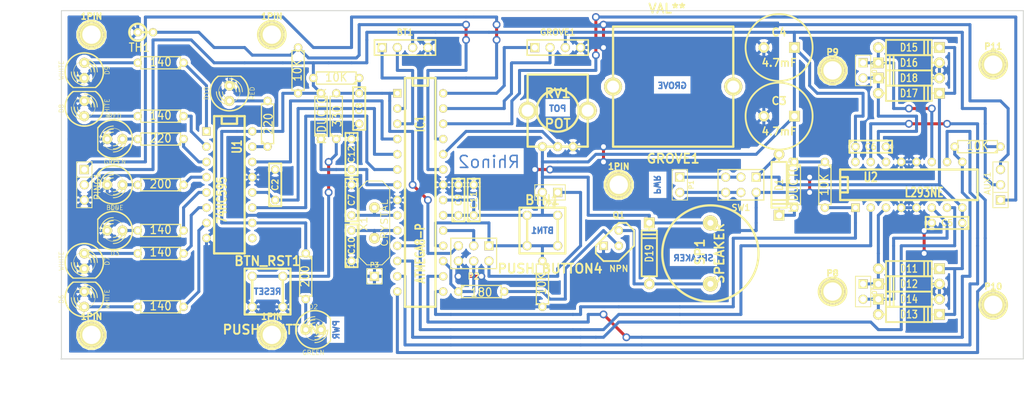
<source format=kicad_pcb>
(kicad_pcb (version 3) (host pcbnew "(2013-02-27 BZR 3976)-stable")
  (layers (15 F.Cu signal) (0 B.Cu signal) (18 B.Paste user hide) (19 F.Paste user hide) (20 B.SilkS user hide) (21 F.SilkS user) (22 B.Mask user hide) (23 F.Mask user hide) (28 Edge.Cuts user))
  (net 0 "")
  (net 1 /AUX)
  (net 2 /BAT+)
  (net 3 /BAT-)
  (net 4 /BTN1)
  (net 5 /CLK)
  (net 6 /LATCH)
  (net 7 /MEN1)
  (net 8 /MEN2)
  (net 9 /MOSI)
  (net 10 /MOT1+)
  (net 11 /MOT1-)
  (net 12 /MOT1A)
  (net 13 /MOT1B)
  (net 14 /MOT2+)
  (net 15 /MOT2-)
  (net 16 /MOT2A)
  (net 17 /MOT2B)
  (net 18 /PHOTO)
  (net 19 /PING)
  (net 20 /POT)
  (net 21 /RST)
  (net 22 /RX)
  (net 23 /SCK)
  (net 24 /SCL)
  (net 25 /SDA)
  (net 26 /SER)
  (net 27 /TX)
  (net 28 /XTAL1)
  (net 29 /XTAL2)
  (net 30 GND)
  (net 31 N-000001)
  (net 32 N-0000015)
  (net 33 N-0000016)
  (net 34 N-0000017)
  (net 35 N-0000029)
  (net 36 N-0000030)
  (net 37 N-0000031)
  (net 38 N-0000032)
  (net 39 N-0000033)
  (net 40 N-0000034)
  (net 41 N-0000036)
  (net 42 N-0000037)
  (net 43 N-0000038)
  (net 44 N-0000039)
  (net 45 N-0000040)
  (net 46 N-0000041)
  (net 47 N-0000042)
  (net 48 N-0000043)
  (net 49 N-000005)
  (net 50 N-0000057)
  (net 51 N-000006)
  (net 52 N-0000060)
  (net 53 N-000007)
  (net 54 VCC)
  (net 55 VSS)
  (module HC-18UV (layer F.Cu) (at 178.07 197.35 90)
    (fp_text reference X1 (at -0.127 -1.778 90) (layer F.SilkS) (effects (font (size 1.143 1.27) (thickness 0.1524))))
    (fp_text value CRYSTAL (at 0 1.651 90) (layer F.SilkS) (effects (font (size 1.143 1.27) (thickness 0.1524))))
    (pad 1 thru_hole circle (at -2.54 0 90) (size 1.778 1.778) (drill 0.812799) (layers *.Cu *.Mask F.SilkS) (net 29 /XTAL2))
    (pad 2 thru_hole circle (at 2.54 0 90) (size 1.778 1.778) (drill 0.812799) (layers *.Cu *.Mask F.SilkS) (net 28 /XTAL1))
  )
  (module TO92 (layer F.Cu) (at 217.44 199.89 180)
    (fp_text reference Q1 (at -1.27 3.81 180) (layer F.SilkS) (effects (font (size 1.016 1.016) (thickness 0.2032))))
    (fp_text value NPN (at -1.27 -5.08 180) (layer F.SilkS) (effects (font (size 1.016 1.016) (thickness 0.2032))))
    (pad 1 thru_hole rect (at 1.27 -1.27 180) (size 1.397 1.397) (drill 0.812799) (layers *.Cu *.Mask F.SilkS) (net 30 GND))
    (pad 2 thru_hole circle (at -1.27 -1.27 180) (size 1.397 1.397) (drill 0.812799) (layers *.Cu *.Mask F.SilkS) (net 33 N-0000016))
    (pad 3 thru_hole circle (at -1.27 1.27 180) (size 1.397 1.397) (drill 0.812799) (layers *.Cu *.Mask F.SilkS) (net 32 N-0000015))
  )
  (module R3 (layer F.Cu) (at 169.18 179.57 90)
    (fp_text reference L2 hide)
    (fp_text value INDUCTOR (at 0 0.127 90) (layer F.SilkS) (effects (font (size 1.397 1.27) (thickness 0.2032))))
    (pad 1 thru_hole circle (at -3.81 0 90) (size 1.397 1.397) (drill 0.812799) (layers *.Cu *.Mask F.SilkS) (net 34 N-0000017))
    (pad 2 thru_hole circle (at 3.81 0 90) (size 1.397 1.397) (drill 0.812799) (layers *.Cu *.Mask F.SilkS) (net 54 VCC))
  )
  (module R3 (layer F.Cu) (at 165.37 171.95 270)
    (fp_text reference R11 hide)
    (fp_text value 10K (at 0 0.127 270) (layer F.SilkS) (effects (font (size 1.397 1.27) (thickness 0.2032))))
    (pad 1 thru_hole circle (at -3.81 0 270) (size 1.397 1.397) (drill 0.812799) (layers *.Cu *.Mask F.SilkS) (net 18 /PHOTO))
    (pad 2 thru_hole circle (at 3.81 0 270) (size 1.397 1.397) (drill 0.812799) (layers *.Cu *.Mask F.SilkS) (net 54 VCC))
  )
  (module R3 (layer F.Cu) (at 206.01 207.51 270)
    (fp_text reference R14 hide)
    (fp_text value 10K (at 0 0.127 270) (layer F.SilkS) (effects (font (size 1.397 1.27) (thickness 0.2032))))
    (pad 1 thru_hole circle (at -3.81 0 270) (size 1.397 1.397) (drill 0.812799) (layers *.Cu *.Mask F.SilkS) (net 4 /BTN1))
    (pad 2 thru_hole circle (at 3.81 0 270) (size 1.397 1.397) (drill 0.812799) (layers *.Cu *.Mask F.SilkS) (net 30 GND))
  )
  (module R3 (layer F.Cu) (at 171.72 179.57 90)
    (fp_text reference R15 hide)
    (fp_text value 330 (at 0 0.127 90) (layer F.SilkS) (effects (font (size 1.397 1.27) (thickness 0.2032))))
    (pad 1 thru_hole circle (at -3.81 0 90) (size 1.397 1.397) (drill 0.812799) (layers *.Cu *.Mask F.SilkS) (net 52 N-0000060))
    (pad 2 thru_hole circle (at 3.81 0 90) (size 1.397 1.397) (drill 0.812799) (layers *.Cu *.Mask F.SilkS) (net 21 /RST))
  )
  (module R3 (layer F.Cu) (at 142.51 198.62 180)
    (fp_text reference R2 hide)
    (fp_text value 140 (at 0 0.127 180) (layer F.SilkS) (effects (font (size 1.397 1.27) (thickness 0.2032))))
    (pad 1 thru_hole circle (at -3.81 0 180) (size 1.397 1.397) (drill 0.812799) (layers *.Cu *.Mask F.SilkS) (net 45 N-0000040))
    (pad 2 thru_hole circle (at 3.81 0 180) (size 1.397 1.397) (drill 0.812799) (layers *.Cu *.Mask F.SilkS) (net 35 N-0000029))
  )
  (module R3 (layer F.Cu) (at 142.51 191 180)
    (fp_text reference R3 hide)
    (fp_text value 200 (at 0 0.127 180) (layer F.SilkS) (effects (font (size 1.397 1.27) (thickness 0.2032))))
    (pad 1 thru_hole circle (at -3.81 0 180) (size 1.397 1.397) (drill 0.812799) (layers *.Cu *.Mask F.SilkS) (net 41 N-0000036))
    (pad 2 thru_hole circle (at 3.81 0 180) (size 1.397 1.397) (drill 0.812799) (layers *.Cu *.Mask F.SilkS) (net 36 N-0000030))
  )
  (module R3 (layer F.Cu) (at 142.51 183.38 180)
    (fp_text reference R4 hide)
    (fp_text value 220 (at 0 0.127 180) (layer F.SilkS) (effects (font (size 1.397 1.27) (thickness 0.2032))))
    (pad 1 thru_hole circle (at -3.81 0 180) (size 1.397 1.397) (drill 0.812799) (layers *.Cu *.Mask F.SilkS) (net 46 N-0000041))
    (pad 2 thru_hole circle (at 3.81 0 180) (size 1.397 1.397) (drill 0.812799) (layers *.Cu *.Mask F.SilkS) (net 37 N-0000031))
  )
  (module R3 (layer F.Cu) (at 142.51 211.32 180)
    (fp_text reference R5 hide)
    (fp_text value 140 (at 0 0.127 180) (layer F.SilkS) (effects (font (size 1.397 1.27) (thickness 0.2032))))
    (pad 1 thru_hole circle (at -3.81 0 180) (size 1.397 1.397) (drill 0.812799) (layers *.Cu *.Mask F.SilkS) (net 43 N-0000038))
    (pad 2 thru_hole circle (at 3.81 0 180) (size 1.397 1.397) (drill 0.812799) (layers *.Cu *.Mask F.SilkS) (net 38 N-0000032))
  )
  (module R3 (layer F.Cu) (at 142.51 202.43 180)
    (fp_text reference R6 hide)
    (fp_text value 140 (at 0 0.21 180) (layer F.SilkS) (effects (font (size 1.397 1.27) (thickness 0.2032))))
    (pad 1 thru_hole circle (at -3.81 0 180) (size 1.397 1.397) (drill 0.812799) (layers *.Cu *.Mask F.SilkS) (net 44 N-0000039))
    (pad 2 thru_hole circle (at 3.81 0 180) (size 1.397 1.397) (drill 0.812799) (layers *.Cu *.Mask F.SilkS) (net 39 N-0000033))
  )
  (module R3 (layer F.Cu) (at 142.51 179.57 180)
    (fp_text reference R7 hide)
    (fp_text value 140 (at 0 0.127 180) (layer F.SilkS) (effects (font (size 1.397 1.27) (thickness 0.2032))))
    (pad 1 thru_hole circle (at -3.81 0 180) (size 1.397 1.397) (drill 0.812799) (layers *.Cu *.Mask F.SilkS) (net 47 N-0000042))
    (pad 2 thru_hole circle (at 3.81 0 180) (size 1.397 1.397) (drill 0.812799) (layers *.Cu *.Mask F.SilkS) (net 40 N-0000034))
  )
  (module R3 (layer F.Cu) (at 142.51 170.68 180)
    (fp_text reference R8 hide)
    (fp_text value 140 (at 0 0.127 180) (layer F.SilkS) (effects (font (size 1.397 1.27) (thickness 0.2032))))
    (pad 1 thru_hole circle (at -3.81 0 180) (size 1.397 1.397) (drill 0.812799) (layers *.Cu *.Mask F.SilkS) (net 48 N-0000043))
    (pad 2 thru_hole circle (at 3.81 0 180) (size 1.397 1.397) (drill 0.812799) (layers *.Cu *.Mask F.SilkS) (net 42 N-0000037))
  )
  (module R3 (layer F.Cu) (at 171.72 173.22 180)
    (fp_text reference R10 hide)
    (fp_text value 10K (at 0 0.127 180) (layer F.SilkS) (effects (font (size 1.397 1.27) (thickness 0.2032))))
    (pad 1 thru_hole circle (at -3.81 0 180) (size 1.397 1.397) (drill 0.812799) (layers *.Cu *.Mask F.SilkS) (net 21 /RST))
    (pad 2 thru_hole circle (at 3.81 0 180) (size 1.397 1.397) (drill 0.812799) (layers *.Cu *.Mask F.SilkS) (net 54 VCC))
  )
  (module R3 (layer F.Cu) (at 160.29 180.84 90)
    (fp_text reference R9 hide)
    (fp_text value 220 (at 0 0.127 90) (layer F.SilkS) (effects (font (size 1.397 1.27) (thickness 0.2032))))
    (pad 1 thru_hole circle (at -3.81 0 90) (size 1.397 1.397) (drill 0.812799) (layers *.Cu *.Mask F.SilkS) (net 51 N-000006))
    (pad 2 thru_hole circle (at 3.81 0 90) (size 1.397 1.397) (drill 0.812799) (layers *.Cu *.Mask F.SilkS) (net 53 N-000007))
  )
  (module R3 (layer F.Cu) (at 166.64 206.24 270)
    (fp_text reference R1 hide)
    (fp_text value 200 (at 0 0.127 270) (layer F.SilkS) (effects (font (size 1.397 1.27) (thickness 0.2032))))
    (pad 1 thru_hole circle (at -3.81 0 270) (size 1.397 1.397) (drill 0.812799) (layers *.Cu *.Mask F.SilkS) (net 54 VCC))
    (pad 2 thru_hole circle (at 3.81 0 270) (size 1.397 1.397) (drill 0.812799) (layers *.Cu *.Mask F.SilkS) (net 49 N-000005))
  )
  (module R3 (layer F.Cu) (at 253 191 270)
    (fp_text reference R12 hide)
    (fp_text value 10K (at 0 0.127 270) (layer F.SilkS) (effects (font (size 1.397 1.27) (thickness 0.2032))))
    (pad 1 thru_hole circle (at -3.81 0 270) (size 1.397 1.397) (drill 0.812799) (layers *.Cu *.Mask F.SilkS) (net 54 VCC))
    (pad 2 thru_hole circle (at 3.81 0 270) (size 1.397 1.397) (drill 0.812799) (layers *.Cu *.Mask F.SilkS) (net 7 /MEN1))
  )
  (module R3 (layer F.Cu) (at 278.4 184.65 180)
    (fp_text reference R13 hide)
    (fp_text value 10K (at 0 0.127 180) (layer F.SilkS) (effects (font (size 1.397 1.27) (thickness 0.2032))))
    (pad 1 thru_hole circle (at -3.81 0 180) (size 1.397 1.397) (drill 0.812799) (layers *.Cu *.Mask F.SilkS) (net 54 VCC))
    (pad 2 thru_hole circle (at 3.81 0 180) (size 1.397 1.397) (drill 0.812799) (layers *.Cu *.Mask F.SilkS) (net 8 /MEN2))
  )
  (module R3 (layer F.Cu) (at 247.92 191 270)
    (fp_text reference L1 hide)
    (fp_text value INDUCTOR (at 0 0.127 270) (layer F.SilkS) (effects (font (size 1.397 1.27) (thickness 0.2032))))
    (pad 1 thru_hole circle (at -3.81 0 270) (size 1.397 1.397) (drill 0.812799) (layers *.Cu *.Mask F.SilkS) (net 54 VCC))
    (pad 2 thru_hole circle (at 3.81 0 270) (size 1.397 1.397) (drill 0.812799) (layers *.Cu *.Mask F.SilkS) (net 50 N-0000057))
  )
  (module R3 (layer F.Cu) (at 195.85 208.78)
    (fp_text reference R16 hide)
    (fp_text value 180 (at 0 0.127) (layer F.SilkS) (effects (font (size 1.397 1.27) (thickness 0.2032))))
    (pad 1 thru_hole circle (at -3.81 0) (size 1.397 1.397) (drill 0.812799) (layers *.Cu *.Mask F.SilkS) (net 9 /MOSI))
    (pad 2 thru_hole circle (at 3.81 0) (size 1.397 1.397) (drill 0.812799) (layers *.Cu *.Mask F.SilkS) (net 33 N-0000016))
  )
  (module R1 (layer F.Cu) (at 139.97 165.6)
    (fp_text reference TH1 (at -1.016 2.54) (layer F.SilkS) (effects (font (size 1.397 1.27) (thickness 0.2032))))
    (fp_text value PHOTORESISTOR hide)
    (pad 1 thru_hole circle (at -1.27 0) (size 1.397 1.397) (drill 0.812799) (layers *.Cu *.Mask F.SilkS) (net 30 GND))
    (pad 2 thru_hole circle (at 1.27 0) (size 1.397 1.397) (drill 0.812799) (layers *.Cu *.Mask F.SilkS) (net 18 /PHOTO))
  )
  (module PUSH_BTN4 (layer F.Cu) (at 160.29 208.78)
    (fp_text reference BTN_RST1 (at 0 -5.08) (layer F.SilkS) (effects (font (size 1.524 1.524) (thickness 0.3048))))
    (fp_text value PUSH_BUTTON4 (at 1.27 6.35) (layer F.SilkS) (effects (font (size 1.524 1.524) (thickness 0.3048))))
    (pad 1 thru_hole circle (at -2.54 -2.54) (size 1.524 1.524) (drill 1.016) (layers *.Cu *.Mask F.SilkS) (net 52 N-0000060))
    (pad 2 thru_hole circle (at 2.54 -2.54) (size 1.524 1.524) (drill 1.016) (layers *.Cu *.Mask F.SilkS) (net 52 N-0000060))
    (pad 3 thru_hole circle (at -2.54 2.54) (size 1.524 1.524) (drill 1.016) (layers *.Cu *.Mask F.SilkS) (net 30 GND))
    (pad 4 thru_hole circle (at 2.54 2.54) (size 1.524 1.524) (drill 1.016) (layers *.Cu *.Mask F.SilkS) (net 30 GND))
  )
  (module PUSH_BTN4 (layer F.Cu) (at 206.01 198.62)
    (fp_text reference BTN1 (at 0 -5.08) (layer F.SilkS) (effects (font (size 1.524 1.524) (thickness 0.3048))))
    (fp_text value PUSH_BUTTON4 (at 1.27 6.35) (layer F.SilkS) (effects (font (size 1.524 1.524) (thickness 0.3048))))
    (pad 1 thru_hole circle (at -2.54 -2.54) (size 1.524 1.524) (drill 1.016) (layers *.Cu *.Mask F.SilkS) (net 54 VCC))
    (pad 2 thru_hole circle (at 2.54 -2.54) (size 1.524 1.524) (drill 1.016) (layers *.Cu *.Mask F.SilkS) (net 54 VCC))
    (pad 3 thru_hole circle (at -2.54 2.54) (size 1.524 1.524) (drill 1.016) (layers *.Cu *.Mask F.SilkS) (net 4 /BTN1))
    (pad 4 thru_hole circle (at 2.54 2.54) (size 1.524 1.524) (drill 1.016) (layers *.Cu *.Mask F.SilkS) (net 4 /BTN1))
  )
  (module PIN_ARRAY_4x1 (layer F.Cu) (at 183.15 168.14)
    (fp_text reference BT1 (at 0 -2.54) (layer F.SilkS) (effects (font (size 1.016 1.016) (thickness 0.2032))))
    (fp_text value CONN_4 hide)
    (pad 1 thru_hole rect (at -3.81 0) (size 1.524 1.524) (drill 1.016) (layers *.Cu *.Mask F.SilkS) (net 22 /RX))
    (pad 2 thru_hole circle (at -1.27 0) (size 1.524 1.524) (drill 1.016) (layers *.Cu *.Mask F.SilkS) (net 27 /TX))
    (pad 3 thru_hole circle (at 1.27 0) (size 1.524 1.524) (drill 1.016) (layers *.Cu *.Mask F.SilkS) (net 54 VCC))
    (pad 4 thru_hole circle (at 3.81 0) (size 1.524 1.524) (drill 1.016) (layers *.Cu *.Mask F.SilkS) (net 30 GND))
  )
  (module PIN_ARRAY_3X1 (layer F.Cu) (at 129.81 191 270)
    (fp_text reference PING1 (at 0.254 -2.159 270) (layer F.SilkS) (effects (font (size 1.016 1.016) (thickness 0.1524))))
    (fp_text value CONN_3 hide)
    (pad 1 thru_hole rect (at -2.54 0 270) (size 1.524 1.524) (drill 1.016) (layers *.Cu *.Mask F.SilkS) (net 19 /PING))
    (pad 2 thru_hole circle (at 0 0 270) (size 1.524 1.524) (drill 1.016) (layers *.Cu *.Mask F.SilkS) (net 54 VCC))
    (pad 3 thru_hole circle (at 2.54 0 270) (size 1.524 1.524) (drill 1.016) (layers *.Cu *.Mask F.SilkS) (net 30 GND))
  )
  (module PIN_ARRAY_2X1 (layer F.Cu) (at 259.35 208.78 270)
    (fp_text reference MOT1 (at 0 -1.905 270) (layer F.SilkS) (effects (font (size 0.762 0.762) (thickness 0.1524))))
    (fp_text value CONN_2 hide)
    (pad 1 thru_hole rect (at -1.27 0 270) (size 1.524 1.524) (drill 1.016) (layers *.Cu *.Mask F.SilkS) (net 10 /MOT1+))
    (pad 2 thru_hole circle (at 1.27 0 270) (size 1.524 1.524) (drill 1.016) (layers *.Cu *.Mask F.SilkS) (net 11 /MOT1-))
  )
  (module PIN_ARRAY_2X1 (layer F.Cu) (at 259.35 171.95 270)
    (fp_text reference MOT2 (at 0 -1.905 270) (layer F.SilkS) (effects (font (size 0.762 0.762) (thickness 0.1524))))
    (fp_text value CONN_2 hide)
    (pad 1 thru_hole rect (at -1.27 0 270) (size 1.524 1.524) (drill 1.016) (layers *.Cu *.Mask F.SilkS) (net 14 /MOT2+))
    (pad 2 thru_hole circle (at 1.27 0 270) (size 1.524 1.524) (drill 1.016) (layers *.Cu *.Mask F.SilkS) (net 15 /MOT2-))
  )
  (module PIN_ARRAY_2X1 (layer F.Cu) (at 228.87 191 270)
    (fp_text reference P1 (at 0 -1.905 270) (layer F.SilkS) (effects (font (size 0.762 0.762) (thickness 0.1524))))
    (fp_text value CONN_2 hide)
    (pad 1 thru_hole rect (at -1.27 0 270) (size 1.524 1.524) (drill 1.016) (layers *.Cu *.Mask F.SilkS) (net 2 /BAT+))
    (pad 2 thru_hole circle (at 1.27 0 270) (size 1.524 1.524) (drill 1.016) (layers *.Cu *.Mask F.SilkS) (net 3 /BAT-))
  )
  (module PIN_ARRAY_2X1 (layer F.Cu) (at 207.28 192.27 180)
    (fp_text reference JP1 (at 0 -1.905 180) (layer F.SilkS) (effects (font (size 0.762 0.762) (thickness 0.1524))))
    (fp_text value JUMPER hide)
    (pad 1 thru_hole rect (at -1.27 0 180) (size 1.524 1.524) (drill 1.016) (layers *.Cu *.Mask F.SilkS) (net 31 N-000001))
    (pad 2 thru_hole circle (at 1.27 0 180) (size 1.524 1.524) (drill 1.016) (layers *.Cu *.Mask F.SilkS) (net 54 VCC))
  )
  (module LED-5MM (layer F.Cu) (at 153.94 175.76 90)
    (fp_text reference D10 (at 0 -3.81 90) (layer F.SilkS) (effects (font (size 0.762 0.762) (thickness 0.0889))))
    (fp_text value RED (at 0 3.81 90) (layer F.SilkS) (effects (font (size 0.762 0.762) (thickness 0.0889))))
    (pad 1 thru_hole circle (at -1.27 0 90) (size 1.6764 1.6764) (drill 0.812799) (layers *.Cu *.Mask F.SilkS) (net 53 N-000007))
    (pad 2 thru_hole circle (at 1.27 0 90) (size 1.6764 1.6764) (drill 0.812799) (layers *.Cu *.Mask F.SilkS) (net 30 GND))
  )
  (module LED-5MM (layer F.Cu) (at 134.89 191 180)
    (fp_text reference D4 (at 0 -3.81 180) (layer F.SilkS) (effects (font (size 0.762 0.762) (thickness 0.0889))))
    (fp_text value GREEN (at 0 3.81 180) (layer F.SilkS) (effects (font (size 0.762 0.762) (thickness 0.0889))))
    (pad 1 thru_hole circle (at -1.27 0 180) (size 1.6764 1.6764) (drill 0.812799) (layers *.Cu *.Mask F.SilkS) (net 36 N-0000030))
    (pad 2 thru_hole circle (at 1.27 0 180) (size 1.6764 1.6764) (drill 0.812799) (layers *.Cu *.Mask F.SilkS) (net 30 GND))
  )
  (module LED-5MM (layer F.Cu) (at 134.89 198.62 180)
    (fp_text reference D3 (at 0 -3.81 180) (layer F.SilkS) (effects (font (size 0.762 0.762) (thickness 0.0889))))
    (fp_text value BLUE (at 0 3.81 180) (layer F.SilkS) (effects (font (size 0.762 0.762) (thickness 0.0889))))
    (pad 1 thru_hole circle (at -1.27 0 180) (size 1.6764 1.6764) (drill 0.812799) (layers *.Cu *.Mask F.SilkS) (net 35 N-0000029))
    (pad 2 thru_hole circle (at 1.27 0 180) (size 1.6764 1.6764) (drill 0.812799) (layers *.Cu *.Mask F.SilkS) (net 30 GND))
  )
  (module LED-5MM (layer F.Cu) (at 134.89 183.38 180)
    (fp_text reference D5 (at 0 -3.81 180) (layer F.SilkS) (effects (font (size 0.762 0.762) (thickness 0.0889))))
    (fp_text value RED (at 0 3.81 180) (layer F.SilkS) (effects (font (size 0.762 0.762) (thickness 0.0889))))
    (pad 1 thru_hole circle (at -1.27 0 180) (size 1.6764 1.6764) (drill 0.812799) (layers *.Cu *.Mask F.SilkS) (net 37 N-0000031))
    (pad 2 thru_hole circle (at 1.27 0 180) (size 1.6764 1.6764) (drill 0.812799) (layers *.Cu *.Mask F.SilkS) (net 30 GND))
  )
  (module LED-5MM (layer F.Cu) (at 129.81 210.05 90)
    (fp_text reference D6 (at 0 -3.81 90) (layer F.SilkS) (effects (font (size 0.762 0.762) (thickness 0.0889))))
    (fp_text value WHITE (at 0 3.81 90) (layer F.SilkS) (effects (font (size 0.762 0.762) (thickness 0.0889))))
    (pad 1 thru_hole circle (at -1.27 0 90) (size 1.6764 1.6764) (drill 0.812799) (layers *.Cu *.Mask F.SilkS) (net 38 N-0000032))
    (pad 2 thru_hole circle (at 1.27 0 90) (size 1.6764 1.6764) (drill 0.812799) (layers *.Cu *.Mask F.SilkS) (net 30 GND))
  )
  (module LED-5MM (layer F.Cu) (at 129.81 203.7 270)
    (fp_text reference D7 (at 0 -3.81 270) (layer F.SilkS) (effects (font (size 0.762 0.762) (thickness 0.0889))))
    (fp_text value WHITE (at 0 3.81 270) (layer F.SilkS) (effects (font (size 0.762 0.762) (thickness 0.0889))))
    (pad 1 thru_hole circle (at -1.27 0 270) (size 1.6764 1.6764) (drill 0.812799) (layers *.Cu *.Mask F.SilkS) (net 39 N-0000033))
    (pad 2 thru_hole circle (at 1.27 0 270) (size 1.6764 1.6764) (drill 0.812799) (layers *.Cu *.Mask F.SilkS) (net 30 GND))
  )
  (module LED-5MM (layer F.Cu) (at 129.81 178.3 90)
    (fp_text reference D8 (at 0 -3.81 90) (layer F.SilkS) (effects (font (size 0.762 0.762) (thickness 0.0889))))
    (fp_text value WHITE (at 0 3.81 90) (layer F.SilkS) (effects (font (size 0.762 0.762) (thickness 0.0889))))
    (pad 1 thru_hole circle (at -1.27 0 90) (size 1.6764 1.6764) (drill 0.812799) (layers *.Cu *.Mask F.SilkS) (net 40 N-0000034))
    (pad 2 thru_hole circle (at 1.27 0 90) (size 1.6764 1.6764) (drill 0.812799) (layers *.Cu *.Mask F.SilkS) (net 30 GND))
  )
  (module LED-5MM (layer F.Cu) (at 129.81 171.95 270)
    (fp_text reference D9 (at 0 -3.81 270) (layer F.SilkS) (effects (font (size 0.762 0.762) (thickness 0.0889))))
    (fp_text value WHITE (at 0 3.81 270) (layer F.SilkS) (effects (font (size 0.762 0.762) (thickness 0.0889))))
    (pad 1 thru_hole circle (at -1.27 0 270) (size 1.6764 1.6764) (drill 0.812799) (layers *.Cu *.Mask F.SilkS) (net 42 N-0000037))
    (pad 2 thru_hole circle (at 1.27 0 270) (size 1.6764 1.6764) (drill 0.812799) (layers *.Cu *.Mask F.SilkS) (net 30 GND))
  )
  (module LED-5MM (layer F.Cu) (at 167.91 215.13)
    (fp_text reference D2 (at 0 -3.81) (layer F.SilkS) (effects (font (size 0.762 0.762) (thickness 0.0889))))
    (fp_text value GREEN (at 0 3.81) (layer F.SilkS) (effects (font (size 0.762 0.762) (thickness 0.0889))))
    (pad 1 thru_hole circle (at -1.27 0) (size 1.6764 1.6764) (drill 0.812799) (layers *.Cu *.Mask F.SilkS) (net 49 N-000005))
    (pad 2 thru_hole circle (at 1.27 0) (size 1.6764 1.6764) (drill 0.812799) (layers *.Cu *.Mask F.SilkS) (net 30 GND))
  )
  (module DIP-28__300 (layer F.Cu) (at 185.69 192.27 270)
    (fp_text reference IC1 (at -11.43 0 270) (layer F.SilkS) (effects (font (size 1.524 1.143) (thickness 0.3048))))
    (fp_text value ATMEGA8-P (at 10.16 0 270) (layer F.SilkS) (effects (font (size 1.524 1.143) (thickness 0.3048))))
    (pad 2 thru_hole circle (at -13.97 3.81 270) (size 1.397 1.397) (drill 0.812799) (layers *.Cu *.Mask F.SilkS) (net 22 /RX))
    (pad 3 thru_hole circle (at -11.43 3.81 270) (size 1.397 1.397) (drill 0.812799) (layers *.Cu *.Mask F.SilkS) (net 27 /TX))
    (pad 4 thru_hole circle (at -8.89 3.81 270) (size 1.397 1.397) (drill 0.812799) (layers *.Cu *.Mask F.SilkS) (net 26 /SER))
    (pad 5 thru_hole circle (at -6.35 3.81 270) (size 1.397 1.397) (drill 0.812799) (layers *.Cu *.Mask F.SilkS) (net 6 /LATCH))
    (pad 6 thru_hole circle (at -3.81 3.81 270) (size 1.397 1.397) (drill 0.812799) (layers *.Cu *.Mask F.SilkS) (net 5 /CLK))
    (pad 7 thru_hole circle (at -1.27 3.81 270) (size 1.397 1.397) (drill 0.812799) (layers *.Cu *.Mask F.SilkS) (net 34 N-0000017))
    (pad 8 thru_hole circle (at 1.27 3.81 270) (size 1.397 1.397) (drill 0.812799) (layers *.Cu *.Mask F.SilkS) (net 30 GND))
    (pad 9 thru_hole circle (at 3.81 3.81 270) (size 1.397 1.397) (drill 0.812799) (layers *.Cu *.Mask F.SilkS) (net 28 /XTAL1))
    (pad 10 thru_hole circle (at 6.35 3.81 270) (size 1.397 1.397) (drill 0.812799) (layers *.Cu *.Mask F.SilkS) (net 29 /XTAL2))
    (pad 11 thru_hole circle (at 8.89 3.81 270) (size 1.397 1.397) (drill 0.812799) (layers *.Cu *.Mask F.SilkS) (net 12 /MOT1A))
    (pad 12 thru_hole circle (at 11.43 3.81 270) (size 1.397 1.397) (drill 0.812799) (layers *.Cu *.Mask F.SilkS) (net 13 /MOT1B))
    (pad 13 thru_hole circle (at 13.97 3.81 270) (size 1.397 1.397) (drill 0.812799) (layers *.Cu *.Mask F.SilkS) (net 16 /MOT2A))
    (pad 14 thru_hole circle (at 16.51 3.81 270) (size 1.397 1.397) (drill 0.812799) (layers *.Cu *.Mask F.SilkS) (net 17 /MOT2B))
    (pad 1 thru_hole rect (at -16.51 3.81 270) (size 1.397 1.397) (drill 0.812799) (layers *.Cu *.Mask F.SilkS) (net 21 /RST))
    (pad 15 thru_hole circle (at 16.51 -3.81 270) (size 1.397 1.397) (drill 0.812799) (layers *.Cu *.Mask F.SilkS) (net 7 /MEN1))
    (pad 16 thru_hole circle (at 13.97 -3.81 270) (size 1.397 1.397) (drill 0.812799) (layers *.Cu *.Mask F.SilkS) (net 8 /MEN2))
    (pad 17 thru_hole circle (at 11.43 -3.81 270) (size 1.397 1.397) (drill 0.812799) (layers *.Cu *.Mask F.SilkS) (net 9 /MOSI))
    (pad 18 thru_hole circle (at 8.89 -3.81 270) (size 1.397 1.397) (drill 0.812799) (layers *.Cu *.Mask F.SilkS) (net 4 /BTN1))
    (pad 19 thru_hole circle (at 6.35 -3.81 270) (size 1.397 1.397) (drill 0.812799) (layers *.Cu *.Mask F.SilkS) (net 23 /SCK))
    (pad 20 thru_hole circle (at 3.81 -3.81 270) (size 1.397 1.397) (drill 0.812799) (layers *.Cu *.Mask F.SilkS) (net 54 VCC))
    (pad 21 thru_hole circle (at 1.27 -3.81 270) (size 1.397 1.397) (drill 0.812799) (layers *.Cu *.Mask F.SilkS) (net 54 VCC))
    (pad 22 thru_hole circle (at -1.27 -3.81 270) (size 1.397 1.397) (drill 0.812799) (layers *.Cu *.Mask F.SilkS) (net 30 GND))
    (pad 23 thru_hole circle (at -3.81 -3.81 270) (size 1.397 1.397) (drill 0.812799) (layers *.Cu *.Mask F.SilkS) (net 18 /PHOTO))
    (pad 24 thru_hole circle (at -6.35 -3.81 270) (size 1.397 1.397) (drill 0.812799) (layers *.Cu *.Mask F.SilkS) (net 20 /POT))
    (pad 25 thru_hole circle (at -8.89 -3.81 270) (size 1.397 1.397) (drill 0.812799) (layers *.Cu *.Mask F.SilkS) (net 19 /PING))
    (pad 26 thru_hole circle (at -11.43 -3.81 270) (size 1.397 1.397) (drill 0.812799) (layers *.Cu *.Mask F.SilkS) (net 1 /AUX))
    (pad 27 thru_hole circle (at -13.97 -3.81 270) (size 1.397 1.397) (drill 0.812799) (layers *.Cu *.Mask F.SilkS) (net 25 /SDA))
    (pad 28 thru_hole circle (at -16.51 -3.81 270) (size 1.397 1.397) (drill 0.812799) (layers *.Cu *.Mask F.SilkS) (net 24 /SCL))
  )
  (module DIP-16__300 (layer F.Cu) (at 153.94 191 270)
    (fp_text reference U1 (at -6.35 -1.27 270) (layer F.SilkS) (effects (font (size 1.524 1.143) (thickness 0.3048))))
    (fp_text value 74HC595 (at 2.54 1.27 270) (layer F.SilkS) (effects (font (size 1.524 1.143) (thickness 0.3048))))
    (pad 1 thru_hole rect (at -8.89 3.81 270) (size 1.397 1.397) (drill 0.812799) (layers *.Cu *.Mask F.SilkS) (net 48 N-0000043))
    (pad 2 thru_hole circle (at -6.35 3.81 270) (size 1.397 1.397) (drill 0.812799) (layers *.Cu *.Mask F.SilkS) (net 47 N-0000042))
    (pad 3 thru_hole circle (at -3.81 3.81 270) (size 1.397 1.397) (drill 0.812799) (layers *.Cu *.Mask F.SilkS) (net 46 N-0000041))
    (pad 4 thru_hole circle (at -1.27 3.81 270) (size 1.397 1.397) (drill 0.812799) (layers *.Cu *.Mask F.SilkS) (net 41 N-0000036))
    (pad 5 thru_hole circle (at 1.27 3.81 270) (size 1.397 1.397) (drill 0.812799) (layers *.Cu *.Mask F.SilkS) (net 45 N-0000040))
    (pad 6 thru_hole circle (at 3.81 3.81 270) (size 1.397 1.397) (drill 0.812799) (layers *.Cu *.Mask F.SilkS) (net 44 N-0000039))
    (pad 7 thru_hole circle (at 6.35 3.81 270) (size 1.397 1.397) (drill 0.812799) (layers *.Cu *.Mask F.SilkS) (net 43 N-0000038))
    (pad 8 thru_hole circle (at 8.89 3.81 270) (size 1.397 1.397) (drill 0.812799) (layers *.Cu *.Mask F.SilkS) (net 30 GND))
    (pad 9 thru_hole circle (at 8.89 -3.81 270) (size 1.397 1.397) (drill 0.812799) (layers *.Cu *.Mask F.SilkS))
    (pad 10 thru_hole circle (at 6.35 -3.81 270) (size 1.397 1.397) (drill 0.812799) (layers *.Cu *.Mask F.SilkS) (net 54 VCC))
    (pad 11 thru_hole circle (at 3.81 -3.81 270) (size 1.397 1.397) (drill 0.812799) (layers *.Cu *.Mask F.SilkS) (net 5 /CLK))
    (pad 12 thru_hole circle (at 1.27 -3.81 270) (size 1.397 1.397) (drill 0.812799) (layers *.Cu *.Mask F.SilkS) (net 6 /LATCH))
    (pad 13 thru_hole circle (at -1.27 -3.81 270) (size 1.397 1.397) (drill 0.812799) (layers *.Cu *.Mask F.SilkS) (net 30 GND))
    (pad 14 thru_hole circle (at -3.81 -3.81 270) (size 1.397 1.397) (drill 0.812799) (layers *.Cu *.Mask F.SilkS) (net 26 /SER))
    (pad 15 thru_hole circle (at -6.35 -3.81 270) (size 1.397 1.397) (drill 0.812799) (layers *.Cu *.Mask F.SilkS) (net 51 N-000006))
    (pad 16 thru_hole circle (at -8.89 -3.81 270) (size 1.397 1.397) (drill 0.812799) (layers *.Cu *.Mask F.SilkS) (net 54 VCC))
  )
  (module DIP-16__300 (layer F.Cu) (at 266.97 191)
    (fp_text reference U2 (at -6.35 -1.27) (layer F.SilkS) (effects (font (size 1.524 1.143) (thickness 0.3048))))
    (fp_text value L293NE (at 2.54 1.27) (layer F.SilkS) (effects (font (size 1.524 1.143) (thickness 0.3048))))
    (pad 1 thru_hole rect (at -8.89 3.81) (size 1.397 1.397) (drill 0.812799) (layers *.Cu *.Mask F.SilkS) (net 7 /MEN1))
    (pad 2 thru_hole circle (at -6.35 3.81) (size 1.397 1.397) (drill 0.812799) (layers *.Cu *.Mask F.SilkS) (net 12 /MOT1A))
    (pad 3 thru_hole circle (at -3.81 3.81) (size 1.397 1.397) (drill 0.812799) (layers *.Cu *.Mask F.SilkS) (net 10 /MOT1+))
    (pad 4 thru_hole circle (at -1.27 3.81) (size 1.397 1.397) (drill 0.812799) (layers *.Cu *.Mask F.SilkS) (net 30 GND))
    (pad 5 thru_hole circle (at 1.27 3.81) (size 1.397 1.397) (drill 0.812799) (layers *.Cu *.Mask F.SilkS) (net 30 GND))
    (pad 6 thru_hole circle (at 3.81 3.81) (size 1.397 1.397) (drill 0.812799) (layers *.Cu *.Mask F.SilkS) (net 11 /MOT1-))
    (pad 7 thru_hole circle (at 6.35 3.81) (size 1.397 1.397) (drill 0.812799) (layers *.Cu *.Mask F.SilkS) (net 13 /MOT1B))
    (pad 8 thru_hole circle (at 8.89 3.81) (size 1.397 1.397) (drill 0.812799) (layers *.Cu *.Mask F.SilkS) (net 55 VSS))
    (pad 9 thru_hole circle (at 8.89 -3.81) (size 1.397 1.397) (drill 0.812799) (layers *.Cu *.Mask F.SilkS) (net 8 /MEN2))
    (pad 10 thru_hole circle (at 6.35 -3.81) (size 1.397 1.397) (drill 0.812799) (layers *.Cu *.Mask F.SilkS) (net 16 /MOT2A))
    (pad 11 thru_hole circle (at 3.81 -3.81) (size 1.397 1.397) (drill 0.812799) (layers *.Cu *.Mask F.SilkS) (net 14 /MOT2+))
    (pad 12 thru_hole circle (at 1.27 -3.81) (size 1.397 1.397) (drill 0.812799) (layers *.Cu *.Mask F.SilkS) (net 30 GND))
    (pad 13 thru_hole circle (at -1.27 -3.81) (size 1.397 1.397) (drill 0.812799) (layers *.Cu *.Mask F.SilkS) (net 30 GND))
    (pad 14 thru_hole circle (at -3.81 -3.81) (size 1.397 1.397) (drill 0.812799) (layers *.Cu *.Mask F.SilkS) (net 15 /MOT2-))
    (pad 15 thru_hole circle (at -6.35 -3.81) (size 1.397 1.397) (drill 0.812799) (layers *.Cu *.Mask F.SilkS) (net 17 /MOT2B))
    (pad 16 thru_hole circle (at -8.89 -3.81) (size 1.397 1.397) (drill 0.812799) (layers *.Cu *.Mask F.SilkS) (net 54 VCC))
  )
  (module D4 (layer F.Cu) (at 266.97 173.22 180)
    (fp_text reference D18 (at 0 0 180) (layer F.SilkS) (effects (font (size 1.27 1.016) (thickness 0.2032))))
    (fp_text value DIODE hide)
    (pad 1 thru_hole circle (at -5.08 0 180) (size 1.778 1.778) (drill 1.016) (layers *.Cu *.Mask F.SilkS) (net 30 GND))
    (pad 2 thru_hole rect (at 5.08 0 180) (size 1.778 1.778) (drill 1.016) (layers *.Cu *.Mask F.SilkS) (net 15 /MOT2-))
  )
  (module D4 (layer F.Cu) (at 245.38 191 270)
    (fp_text reference D1 (at 0 0 270) (layer F.SilkS) (effects (font (size 1.27 1.016) (thickness 0.2032))))
    (fp_text value DIODESCH hide)
    (pad 1 thru_hole circle (at -5.08 0 270) (size 1.778 1.778) (drill 1.016) (layers *.Cu *.Mask F.SilkS) (net 55 VSS))
    (pad 2 thru_hole rect (at 5.08 0 270) (size 1.778 1.778) (drill 1.016) (layers *.Cu *.Mask F.SilkS) (net 50 N-0000057))
  )
  (module D4 (layer F.Cu) (at 223.79 202.43 90)
    (fp_text reference D19 (at 0 0 90) (layer F.SilkS) (effects (font (size 1.27 1.016) (thickness 0.2032))))
    (fp_text value DIODE hide)
    (pad 1 thru_hole circle (at -5.08 0 90) (size 1.778 1.778) (drill 1.016) (layers *.Cu *.Mask F.SilkS) (net 32 N-0000015))
    (pad 2 thru_hole rect (at 5.08 0 90) (size 1.778 1.778) (drill 1.016) (layers *.Cu *.Mask F.SilkS) (net 54 VCC))
  )
  (module D4 (layer F.Cu) (at 266.97 170.68 180)
    (fp_text reference D16 (at 0 0 180) (layer F.SilkS) (effects (font (size 1.27 1.016) (thickness 0.2032))))
    (fp_text value DIODE hide)
    (pad 1 thru_hole circle (at -5.08 0 180) (size 1.778 1.778) (drill 1.016) (layers *.Cu *.Mask F.SilkS) (net 30 GND))
    (pad 2 thru_hole rect (at 5.08 0 180) (size 1.778 1.778) (drill 1.016) (layers *.Cu *.Mask F.SilkS) (net 14 /MOT2+))
  )
  (module D4 (layer F.Cu) (at 266.97 210.05 180)
    (fp_text reference D14 (at 0 0 180) (layer F.SilkS) (effects (font (size 1.27 1.016) (thickness 0.2032))))
    (fp_text value DIODE hide)
    (pad 1 thru_hole circle (at -5.08 0 180) (size 1.778 1.778) (drill 1.016) (layers *.Cu *.Mask F.SilkS) (net 30 GND))
    (pad 2 thru_hole rect (at 5.08 0 180) (size 1.778 1.778) (drill 1.016) (layers *.Cu *.Mask F.SilkS) (net 11 /MOT1-))
  )
  (module D4 (layer F.Cu) (at 266.97 175.76)
    (fp_text reference D17 (at 0 0) (layer F.SilkS) (effects (font (size 1.27 1.016) (thickness 0.2032))))
    (fp_text value DIODE hide)
    (pad 1 thru_hole circle (at -5.08 0) (size 1.778 1.778) (drill 1.016) (layers *.Cu *.Mask F.SilkS) (net 15 /MOT2-))
    (pad 2 thru_hole rect (at 5.08 0) (size 1.778 1.778) (drill 1.016) (layers *.Cu *.Mask F.SilkS) (net 55 VSS))
  )
  (module D4 (layer F.Cu) (at 266.97 168.14)
    (fp_text reference D15 (at 0 0) (layer F.SilkS) (effects (font (size 1.27 1.016) (thickness 0.2032))))
    (fp_text value DIODE hide)
    (pad 1 thru_hole circle (at -5.08 0) (size 1.778 1.778) (drill 1.016) (layers *.Cu *.Mask F.SilkS) (net 14 /MOT2+))
    (pad 2 thru_hole rect (at 5.08 0) (size 1.778 1.778) (drill 1.016) (layers *.Cu *.Mask F.SilkS) (net 55 VSS))
  )
  (module D4 (layer F.Cu) (at 266.97 212.59)
    (fp_text reference D13 (at 0 0) (layer F.SilkS) (effects (font (size 1.27 1.016) (thickness 0.2032))))
    (fp_text value DIODE hide)
    (pad 1 thru_hole circle (at -5.08 0) (size 1.778 1.778) (drill 1.016) (layers *.Cu *.Mask F.SilkS) (net 11 /MOT1-))
    (pad 2 thru_hole rect (at 5.08 0) (size 1.778 1.778) (drill 1.016) (layers *.Cu *.Mask F.SilkS) (net 55 VSS))
  )
  (module D4 (layer F.Cu) (at 266.97 207.51 180)
    (fp_text reference D12 (at 0 0 180) (layer F.SilkS) (effects (font (size 1.27 1.016) (thickness 0.2032))))
    (fp_text value DIODE hide)
    (pad 1 thru_hole circle (at -5.08 0 180) (size 1.778 1.778) (drill 1.016) (layers *.Cu *.Mask F.SilkS) (net 30 GND))
    (pad 2 thru_hole rect (at 5.08 0 180) (size 1.778 1.778) (drill 1.016) (layers *.Cu *.Mask F.SilkS) (net 10 /MOT1+))
  )
  (module D4 (layer F.Cu) (at 266.97 204.97)
    (fp_text reference D11 (at 0 0) (layer F.SilkS) (effects (font (size 1.27 1.016) (thickness 0.2032))))
    (fp_text value DIODE hide)
    (pad 1 thru_hole circle (at -5.08 0) (size 1.778 1.778) (drill 1.016) (layers *.Cu *.Mask F.SilkS) (net 10 /MOT1+))
    (pad 2 thru_hole rect (at 5.08 0) (size 1.778 1.778) (drill 1.016) (layers *.Cu *.Mask F.SilkS) (net 55 VSS))
  )
  (module C2V10 (layer F.Cu) (at 245.38 179.57 180)
    (fp_text reference C3 (at 0 2.54 180) (layer F.SilkS) (effects (font (size 1.27 1.27) (thickness 0.254))))
    (fp_text value 4.7mF (at 0 -2.54 180) (layer F.SilkS) (effects (font (size 1.27 1.27) (thickness 0.254))))
    (pad 1 thru_hole rect (at -2.54 0 180) (size 1.778 1.778) (drill 1.016) (layers *.Cu *.Mask F.SilkS) (net 54 VCC))
    (pad 2 thru_hole circle (at 2.54 0 180) (size 1.778 1.778) (drill 1.016) (layers *.Cu *.Mask F.SilkS) (net 30 GND))
  )
  (module C2V10 (layer F.Cu) (at 245.38 168.14 180)
    (fp_text reference C4 (at 0 2.54 180) (layer F.SilkS) (effects (font (size 1.27 1.27) (thickness 0.254))))
    (fp_text value 4.7mF (at 0 -2.54 180) (layer F.SilkS) (effects (font (size 1.27 1.27) (thickness 0.254))))
    (pad 1 thru_hole rect (at -2.54 0 180) (size 1.778 1.778) (drill 1.016) (layers *.Cu *.Mask F.SilkS) (net 54 VCC))
    (pad 2 thru_hole circle (at 2.54 0 180) (size 1.778 1.778) (drill 1.016) (layers *.Cu *.Mask F.SilkS) (net 30 GND))
  )
  (module C2 (layer F.Cu) (at 174.26 201.16 90)
    (fp_text reference C10 (at 0 0 90) (layer F.SilkS) (effects (font (size 1.016 1.016) (thickness 0.2032))))
    (fp_text value 220 hide)
    (pad 1 thru_hole circle (at -2.54 0 90) (size 1.397 1.397) (drill 0.812799) (layers *.Cu *.Mask F.SilkS) (net 30 GND))
    (pad 2 thru_hole circle (at 2.54 0 90) (size 1.397 1.397) (drill 0.812799) (layers *.Cu *.Mask F.SilkS) (net 29 /XTAL2))
  )
  (module C2 (layer F.Cu) (at 175.53 178.3 270)
    (fp_text reference C8 (at 0 0 270) (layer F.SilkS) (effects (font (size 1.016 1.016) (thickness 0.2032))))
    (fp_text value 104 hide)
    (pad 1 thru_hole circle (at -2.54 0 270) (size 1.397 1.397) (drill 0.812799) (layers *.Cu *.Mask F.SilkS) (net 21 /RST))
    (pad 2 thru_hole circle (at 2.54 0 270) (size 1.397 1.397) (drill 0.812799) (layers *.Cu *.Mask F.SilkS) (net 30 GND))
  )
  (module C2 (layer F.Cu) (at 161.56 191 90)
    (fp_text reference C2 (at 0 0 90) (layer F.SilkS) (effects (font (size 1.016 1.016) (thickness 0.2032))))
    (fp_text value 105 hide)
    (pad 1 thru_hole circle (at -2.54 0 90) (size 1.397 1.397) (drill 0.812799) (layers *.Cu *.Mask F.SilkS) (net 6 /LATCH))
    (pad 2 thru_hole circle (at 2.54 0 90) (size 1.397 1.397) (drill 0.812799) (layers *.Cu *.Mask F.SilkS) (net 30 GND))
  )
  (module C2 (layer F.Cu) (at 260.62 184.65)
    (fp_text reference C6 (at 0 0) (layer F.SilkS) (effects (font (size 1.016 1.016) (thickness 0.2032))))
    (fp_text value 103 hide)
    (pad 1 thru_hole circle (at -2.54 0) (size 1.397 1.397) (drill 0.812799) (layers *.Cu *.Mask F.SilkS) (net 54 VCC))
    (pad 2 thru_hole circle (at 2.54 0) (size 1.397 1.397) (drill 0.812799) (layers *.Cu *.Mask F.SilkS) (net 30 GND))
  )
  (module C2 (layer F.Cu) (at 273.32 197.35 180)
    (fp_text reference C5 (at 0 0 180) (layer F.SilkS) (effects (font (size 1.016 1.016) (thickness 0.2032))))
    (fp_text value 103 hide)
    (pad 1 thru_hole circle (at -2.54 0 180) (size 1.397 1.397) (drill 0.812799) (layers *.Cu *.Mask F.SilkS) (net 55 VSS))
    (pad 2 thru_hole circle (at 2.54 0 180) (size 1.397 1.397) (drill 0.812799) (layers *.Cu *.Mask F.SilkS) (net 30 GND))
  )
  (module C2 (layer F.Cu) (at 174.26 193.54 270)
    (fp_text reference C7 (at 0 0 270) (layer F.SilkS) (effects (font (size 1.016 1.016) (thickness 0.2032))))
    (fp_text value 220 hide)
    (pad 1 thru_hole circle (at -2.54 0 270) (size 1.397 1.397) (drill 0.812799) (layers *.Cu *.Mask F.SilkS) (net 30 GND))
    (pad 2 thru_hole circle (at 2.54 0 270) (size 1.397 1.397) (drill 0.812799) (layers *.Cu *.Mask F.SilkS) (net 28 /XTAL1))
  )
  (module C2 (layer F.Cu) (at 174.26 185.92 90)
    (fp_text reference C12 (at 0 0 90) (layer F.SilkS) (effects (font (size 1.016 1.016) (thickness 0.2032))))
    (fp_text value 104 hide)
    (pad 1 thru_hole circle (at -2.54 0 90) (size 1.397 1.397) (drill 0.812799) (layers *.Cu *.Mask F.SilkS) (net 34 N-0000017))
    (pad 2 thru_hole circle (at 2.54 0 90) (size 1.397 1.397) (drill 0.812799) (layers *.Cu *.Mask F.SilkS) (net 30 GND))
  )
  (module C2 (layer F.Cu) (at 194.58 193.54 90)
    (fp_text reference C11 (at 0 0 90) (layer F.SilkS) (effects (font (size 1.016 1.016) (thickness 0.2032))))
    (fp_text value 104 hide)
    (pad 1 thru_hole circle (at -2.54 0 90) (size 1.397 1.397) (drill 0.812799) (layers *.Cu *.Mask F.SilkS) (net 54 VCC))
    (pad 2 thru_hole circle (at 2.54 0 90) (size 1.397 1.397) (drill 0.812799) (layers *.Cu *.Mask F.SilkS) (net 30 GND))
  )
  (module C2 (layer F.Cu) (at 192.04 193.54 90)
    (fp_text reference C9 (at 0 0 90) (layer F.SilkS) (effects (font (size 1.016 1.016) (thickness 0.2032))))
    (fp_text value 104 hide)
    (pad 1 thru_hole circle (at -2.54 0 90) (size 1.397 1.397) (drill 0.812799) (layers *.Cu *.Mask F.SilkS) (net 54 VCC))
    (pad 2 thru_hole circle (at 2.54 0 90) (size 1.397 1.397) (drill 0.812799) (layers *.Cu *.Mask F.SilkS) (net 30 GND))
  )
  (module BUZZER (layer F.Cu) (at 233.95 202.43 90)
    (fp_text reference SP1 (at 0.24892 -1.75006 90) (layer F.SilkS) (effects (font (size 1.524 1.524) (thickness 0.3048))))
    (fp_text value SPEAKER (at 0 1.50114 90) (layer F.SilkS) (effects (font (size 1.524 1.524) (thickness 0.3048))))
    (pad 2 thru_hole circle (at 5.08 0 90) (size 2.49936 2.49936) (drill 1.00076) (layers *.Cu *.Mask F.SilkS) (net 54 VCC))
    (pad 1 thru_hole circle (at -5.08 0 90) (size 2.49936 2.49936) (drill 1.00076) (layers *.Cu *.Mask F.SilkS) (net 32 N-0000015))
  )
  (module pin_array_3x2 (layer F.Cu) (at 239.03 191 180)
    (fp_text reference SW1 (at 0 -3.81 180) (layer F.SilkS) (effects (font (size 1.016 1.016) (thickness 0.2032))))
    (fp_text value SWITCH_6PIN hide)
    (pad 1 thru_hole rect (at -2.54 1.27 180) (size 1.524 1.524) (drill 1.016) (layers *.Cu *.Mask F.SilkS) (net 55 VSS))
    (pad 2 thru_hole circle (at -2.54 -1.27 180) (size 1.524 1.524) (drill 1.016) (layers *.Cu *.Mask F.SilkS) (net 30 GND))
    (pad 3 thru_hole circle (at 0 1.27 180) (size 1.524 1.524) (drill 1.016) (layers *.Cu *.Mask F.SilkS) (net 2 /BAT+))
    (pad 4 thru_hole circle (at 0 -1.27 180) (size 1.524 1.524) (drill 1.016) (layers *.Cu *.Mask F.SilkS) (net 3 /BAT-))
    (pad 5 thru_hole circle (at 2.54 1.27 180) (size 1.524 1.524) (drill 1.016) (layers *.Cu *.Mask F.SilkS) (net 2 /BAT+))
    (pad 6 thru_hole circle (at 2.54 -1.27 180) (size 1.524 1.524) (drill 1.016) (layers *.Cu *.Mask F.SilkS) (net 3 /BAT-))
  )
  (module PIN_ARRAY_4x1 (layer F.Cu) (at 208.55 168.14)
    (fp_text reference GROVE1 (at 0 -2.54) (layer F.SilkS) (effects (font (size 1.016 1.016) (thickness 0.2032))))
    (fp_text value CONN_4 hide)
    (pad 1 thru_hole rect (at -3.81 0) (size 1.524 1.524) (drill 1.016) (layers *.Cu *.Mask F.SilkS) (net 24 /SCL))
    (pad 2 thru_hole circle (at -1.27 0) (size 1.524 1.524) (drill 1.016) (layers *.Cu *.Mask F.SilkS) (net 25 /SDA))
    (pad 3 thru_hole circle (at 1.27 0) (size 1.524 1.524) (drill 1.016) (layers *.Cu *.Mask F.SilkS) (net 54 VCC))
    (pad 4 thru_hole circle (at 3.81 0) (size 1.524 1.524) (drill 1.016) (layers *.Cu *.Mask F.SilkS) (net 30 GND))
  )
  (module GROVE1 (layer F.Cu) (at 237.76 184.65 180)
    (fp_text reference GROVE1 (at 9.99998 -1.99898 180) (layer F.SilkS) (effects (font (size 1.524 1.524) (thickness 0.3048))))
    (fp_text value VAL** (at 11.00074 22.9997 180) (layer F.SilkS) (effects (font (size 1.524 1.524) (thickness 0.3048))))
    (pad 1 thru_hole circle (at 19.99996 9.99998 180) (size 2.99974 2.99974) (drill 1.998979) (layers *.Cu *.Mask F.SilkS))
    (pad 2 thru_hole circle (at 0 9.99998 180) (size 2.99974 2.99974) (drill 1.998979) (layers *.Cu *.Mask F.SilkS))
  )
  (module pin_array_3x2 (layer F.Cu) (at 194.58 202.43 180)
    (fp_text reference P2 (at 0 -3.81 180) (layer F.SilkS) (effects (font (size 1.016 1.016) (thickness 0.2032))))
    (fp_text value CONN_3X2 hide)
    (pad 1 thru_hole rect (at -2.54 1.27 180) (size 1.524 1.524) (drill 1.016) (layers *.Cu *.Mask F.SilkS) (net 4 /BTN1))
    (pad 2 thru_hole circle (at -2.54 -1.27 180) (size 1.524 1.524) (drill 1.016) (layers *.Cu *.Mask F.SilkS) (net 31 N-000001))
    (pad 3 thru_hole circle (at 0 1.27 180) (size 1.524 1.524) (drill 1.016) (layers *.Cu *.Mask F.SilkS) (net 23 /SCK))
    (pad 4 thru_hole circle (at 0 -1.27 180) (size 1.524 1.524) (drill 1.016) (layers *.Cu *.Mask F.SilkS) (net 9 /MOSI))
    (pad 5 thru_hole circle (at 2.54 1.27 180) (size 1.524 1.524) (drill 1.016) (layers *.Cu *.Mask F.SilkS) (net 21 /RST))
    (pad 6 thru_hole circle (at 2.54 -1.27 180) (size 1.524 1.524) (drill 1.016) (layers *.Cu *.Mask F.SilkS) (net 30 GND))
  )
  (module PIN_ARRAY_3X1 (layer F.Cu) (at 282.21 191 90)
    (fp_text reference AUX1 (at 0.254 -2.159 90) (layer F.SilkS) (effects (font (size 1.016 1.016) (thickness 0.1524))))
    (fp_text value CONN_3 hide)
    (pad 1 thru_hole rect (at -2.54 0 90) (size 1.524 1.524) (drill 1.016) (layers *.Cu *.Mask F.SilkS) (net 1 /AUX))
    (pad 2 thru_hole circle (at 0 0 90) (size 1.524 1.524) (drill 1.016) (layers *.Cu *.Mask F.SilkS) (net 54 VCC))
    (pad 3 thru_hole circle (at 2.54 0 90) (size 1.524 1.524) (drill 1.016) (layers *.Cu *.Mask F.SilkS) (net 30 GND))
  )
  (module POT10-12 (layer F.Cu) (at 208.55 184.65)
    (fp_text reference RV1 (at 0 -8.89) (layer F.SilkS) (effects (font (size 1.524 1.524) (thickness 0.3048))))
    (fp_text value POT (at 0 -3.81) (layer F.SilkS) (effects (font (size 1.524 1.524) (thickness 0.3048))))
    (pad 1 thru_hole circle (at -2.53874 -0.00104) (size 1.524 1.524) (drill 0.812799) (layers *.Cu *.Mask F.SilkS) (net 54 VCC))
    (pad 2 thru_hole circle (at 0.00126 -0.00104) (size 1.524 1.524) (drill 0.812799) (layers *.Cu *.Mask F.SilkS) (net 20 /POT))
    (pad 3 thru_hole circle (at 2.54126 -0.00104) (size 1.524 1.524) (drill 0.812799) (layers *.Cu *.Mask F.SilkS) (net 30 GND))
    (pad "" thru_hole circle (at -5 -6.00052) (size 2.99974 2.99974) (drill 1.998979) (layers *.Cu *.Mask F.SilkS))
    (pad "" thru_hole circle (at 4.99998 -6.00052) (size 2.99974 2.99974) (drill 1.998979) (layers *.Cu *.Mask F.SilkS))
  )
  (module 1pin (layer F.Cu) (at 254.27 208.78)
    (fp_text reference P8 (at 0 -3.048) (layer F.SilkS) (effects (font (size 1.016 1.016) (thickness 0.254))))
    (fp_text value CONN_1 hide)
    (pad 1 thru_hole circle (at 0 0) (size 4.064 4.064) (drill 3.048) (layers *.Cu *.Mask F.SilkS))
  )
  (module 1pin (layer F.Cu) (at 254.27 171.95)
    (fp_text reference P9 (at 0 -3.048) (layer F.SilkS) (effects (font (size 1.016 1.016) (thickness 0.254))))
    (fp_text value CONN_1 hide)
    (pad 1 thru_hole circle (at 0 0) (size 4.064 4.064) (drill 3.048) (layers *.Cu *.Mask F.SilkS))
  )
  (module 1pin (layer F.Cu) (at 281 211)
    (fp_text reference P10 (at 0 -3.048) (layer F.SilkS) (effects (font (size 1.016 1.016) (thickness 0.254))))
    (fp_text value CONN_1 hide)
    (pad 1 thru_hole circle (at 0 0) (size 4.064 4.064) (drill 3.048) (layers *.Cu *.Mask F.SilkS))
  )
  (module 1pin (layer F.Cu) (at 281 171)
    (fp_text reference P11 (at 0 -3.048) (layer F.SilkS) (effects (font (size 1.016 1.016) (thickness 0.254))))
    (fp_text value CONN_1 hide)
    (pad 1 thru_hole circle (at 0 0) (size 4.064 4.064) (drill 3.048) (layers *.Cu *.Mask F.SilkS))
  )
  (module 1pin (layer F.Cu) (at 131 216)
    (fp_text reference 1PIN (at 0 -3.048) (layer F.SilkS) (effects (font (size 1.016 1.016) (thickness 0.254))))
    (fp_text value P*** hide)
    (pad 1 thru_hole circle (at 0 0) (size 4.064 4.064) (drill 3.048) (layers *.Cu *.Mask F.SilkS))
  )
  (module 1pin (layer F.Cu) (at 161 216)
    (fp_text reference 1PIN (at 0 -3.048) (layer F.SilkS) (effects (font (size 1.016 1.016) (thickness 0.254))))
    (fp_text value P*** hide)
    (pad 1 thru_hole circle (at 0 0) (size 4.064 4.064) (drill 3.048) (layers *.Cu *.Mask F.SilkS))
  )
  (module 1pin (layer F.Cu) (at 161 166)
    (fp_text reference 1PIN (at 0 -3.048) (layer F.SilkS) (effects (font (size 1.016 1.016) (thickness 0.254))))
    (fp_text value P*** hide)
    (pad 1 thru_hole circle (at 0 0) (size 4.064 4.064) (drill 3.048) (layers *.Cu *.Mask F.SilkS))
  )
  (module 1pin (layer F.Cu) (at 131 166)
    (fp_text reference 1PIN (at 0 -3.048) (layer F.SilkS) (effects (font (size 1.016 1.016) (thickness 0.254))))
    (fp_text value P*** hide)
    (pad 1 thru_hole circle (at 0 0) (size 4.064 4.064) (drill 3.048) (layers *.Cu *.Mask F.SilkS))
  )
  (module 1pin (layer F.Cu) (at 218.71 191)
    (fp_text reference 1PIN (at 0 -3.048) (layer F.SilkS) (effects (font (size 1.016 1.016) (thickness 0.254))))
    (fp_text value P*** hide)
    (pad 1 thru_hole circle (at 0 0) (size 4.064 4.064) (drill 3.048) (layers *.Cu *.Mask F.SilkS))
  )
  (module PIN_ARRAY_1 (layer F.Cu) (at 178.07 206.24)
    (fp_text reference P3 (at 0 -1.905) (layer F.SilkS) (effects (font (size 0.762 0.762) (thickness 0.1524))))
    (fp_text value CONN_1 hide)
    (pad 1 thru_hole rect (at 0 0) (size 1.524 1.524) (drill 1.016) (layers *.Cu *.Mask F.SilkS) (net 30 GND))
  )
  (gr_text PWR (at 225.06 191 270) (layer B.Cu) (effects (font (size 1 1) (thickness 0.25)) (justify mirror)))
  (gr_text BT (at 179.34 168.14) (layer B.Cu) (effects (font (size 1 1) (thickness 0.25)) (justify mirror)))
  (gr_text PWR (at 171.72 215.13 90) (layer B.Cu) (effects (font (size 1 1) (thickness 0.25)) (justify mirror)))
  (gr_text POT (at 208.55 178.3) (layer B.Cu) (effects (font (size 1 1) (thickness 0.25)) (justify mirror)))
  (gr_text BTN1 (at 206.01 198.62) (layer B.Cu) (effects (font (size 1 1) (thickness 0.25)) (justify mirror)))
  (gr_text RESET (at 160.29 208.78) (layer B.Cu) (effects (font (size 1 1) (thickness 0.25)) (justify mirror)))
  (gr_text SPEAKER (at 231.14 203.2) (layer B.Cu) (effects (font (size 1 1) (thickness 0.25)) (justify mirror)))
  (gr_text GROVE (at 227.6 174.49) (layer B.Cu) (effects (font (size 1 1) (thickness 0.25)) (justify mirror)))
  (gr_text Rhino2 (at 197.12 187.19) (layer B.Cu) (effects (font (size 2 2) (thickness 0.25)) (justify mirror)))
  (target plus (at 126 220) (size 0.005) (width 0.15) (layer Edge.Cuts))
  (gr_line (start 126 162) (end 126 220) (angle 90) (layer Edge.Cuts) (width 0.15))
  (gr_line (start 286 162) (end 126 162) (angle 90) (layer Edge.Cuts) (width 0.15))
  (gr_line (start 286 220) (end 286 162) (angle 90) (layer Edge.Cuts) (width 0.15))
  (gr_line (start 126 220) (end 286 220) (angle 90) (layer Edge.Cuts) (width 0.15))
  (segment (start 214.9 171.95) (end 214.9 169.41) (width 0.5) (layer B.Cu) (net 1))
  (segment (start 214.9 171.95) (end 202.2 171.95) (width 0.5) (layer B.Cu) (net 1))
  (segment (start 202.2 171.95) (end 202.2 175.76) (width 0.5) (layer B.Cu) (net 1))
  (segment (start 200.93 180.84) (end 200.93 177.03) (width 0.5) (layer B.Cu) (net 1))
  (segment (start 202.2 175.76) (end 200.93 177.03) (width 0.5) (layer B.Cu) (net 1))
  (segment (start 189.5 180.84) (end 200.460002 180.84) (width 0.5) (layer B.Cu) (net 1))
  (segment (start 200.93 180.84) (end 200.460002 180.84) (width 0.5) (layer B.Cu) (net 1))
  (segment (start 284.75 193.54) (end 282.21 193.54) (width 0.5) (layer B.Cu) (net 1))
  (segment (start 284.75 163.06) (end 214.9 163.06) (width 0.5) (layer B.Cu) (net 1))
  (segment (start 284.75 193.54) (end 284.75 163.06) (width 0.5) (layer B.Cu) (net 1))
  (via (at 214.9 163.06) (size 1.3) (layers F.Cu B.Cu) (net 1))
  (segment (start 214.9 169.41) (end 214.9 163.06) (width 0.5) (layer F.Cu) (net 1))
  (via (at 214.9 169.41) (size 1.3) (layers F.Cu B.Cu) (net 1))
  (segment (start 236.49 189.73) (end 228.87 189.73) (width 0.5) (layer B.Cu) (net 2))
  (segment (start 239.03 189.73) (end 236.49 189.73) (width 0.5) (layer B.Cu) (net 2))
  (segment (start 236.49 192.27) (end 239.03 192.27) (width 0.5) (layer B.Cu) (net 3))
  (segment (start 228.87 192.27) (end 236.49 192.27) (width 0.5) (layer B.Cu) (net 3))
  (segment (start 203.47 201.16) (end 197.12 201.16) (width 0.5) (layer B.Cu) (net 4))
  (segment (start 206.01 201.16) (end 208.55 201.16) (width 0.5) (layer B.Cu) (net 4))
  (segment (start 206.01 203.7) (end 206.01 201.16) (width 0.5) (layer B.Cu) (net 4))
  (segment (start 206.01 201.16) (end 203.47 201.16) (width 0.5) (layer B.Cu) (net 4))
  (segment (start 189.5 201.16) (end 188.23 201.16) (width 0.5) (layer B.Cu) (net 4))
  (segment (start 188.23 201.16) (end 188.23 197.35) (width 0.5) (layer B.Cu) (net 4))
  (segment (start 188.23 197.35) (end 197.12 197.35) (width 0.5) (layer B.Cu) (net 4))
  (segment (start 197.12 197.35) (end 197.12 201.16) (width 0.5) (layer B.Cu) (net 4))
  (segment (start 178.07 188.46) (end 176.8 187.19) (width 0.5) (layer B.Cu) (net 5))
  (segment (start 176.8 187.19) (end 176.8 179.57) (width 0.5) (layer B.Cu) (net 5))
  (segment (start 176.8 179.57) (end 166.64 179.57) (width 0.5) (layer B.Cu) (net 5))
  (segment (start 166.64 179.57) (end 166.64 194.81) (width 0.5) (layer B.Cu) (net 5))
  (segment (start 157.75 194.81) (end 166.64 194.81) (width 0.5) (layer B.Cu) (net 5))
  (segment (start 178.07 188.46) (end 181.88 188.46) (width 0.5) (layer B.Cu) (net 5))
  (segment (start 161.56 193.54) (end 165.37 193.54) (width 0.5) (layer B.Cu) (net 6))
  (segment (start 178.07 185.92) (end 181.88 185.92) (width 0.5) (layer B.Cu) (net 6))
  (segment (start 178.07 178.3) (end 178.07 185.92) (width 0.5) (layer B.Cu) (net 6))
  (segment (start 165.37 178.3) (end 178.07 178.3) (width 0.5) (layer B.Cu) (net 6))
  (segment (start 165.37 193.54) (end 165.37 178.3) (width 0.5) (layer B.Cu) (net 6))
  (segment (start 157.75 192.27) (end 160.29 192.27) (width 0.5) (layer B.Cu) (net 6))
  (segment (start 160.29 192.27) (end 161.56 193.54) (width 0.5) (layer B.Cu) (net 6))
  (segment (start 258.08 194.81) (end 253 194.81) (width 0.5) (layer B.Cu) (net 7))
  (segment (start 212.36 212.59) (end 212.36 211.32) (width 0.5) (layer B.Cu) (net 7))
  (segment (start 212.36 212.59) (end 211.09 212.59) (width 0.5) (layer B.Cu) (net 7))
  (segment (start 211.09 212.59) (end 190.77 212.59) (width 0.5) (layer B.Cu) (net 7))
  (segment (start 188.23 208.78) (end 188.23 212.59) (width 0.5) (layer B.Cu) (net 7))
  (segment (start 188.23 212.59) (end 190.77 212.59) (width 0.5) (layer B.Cu) (net 7))
  (segment (start 189.5 208.78) (end 188.23 208.78) (width 0.5) (layer B.Cu) (net 7))
  (segment (start 212.36 211.32) (end 218.71 211.32) (width 0.5) (layer B.Cu) (net 7))
  (segment (start 258.08 197.35) (end 258.08 194.81) (width 0.5) (layer B.Cu) (net 7))
  (segment (start 258.08 197.35) (end 258.08 199.89) (width 0.5) (layer B.Cu) (net 7))
  (segment (start 237.76 211.32) (end 237.76 199.89) (width 0.5) (layer B.Cu) (net 7))
  (segment (start 218.71 211.32) (end 228.87 211.32) (width 0.5) (layer B.Cu) (net 7))
  (segment (start 237.76 199.89) (end 258.08 199.89) (width 0.5) (layer B.Cu) (net 7))
  (segment (start 228.87 211.32) (end 237.76 211.32) (width 0.5) (layer B.Cu) (net 7))
  (segment (start 275.86 187.19) (end 274.59 185.92) (width 0.5) (layer B.Cu) (net 8))
  (segment (start 274.59 185.92) (end 274.59 184.65) (width 0.5) (layer B.Cu) (net 8))
  (segment (start 277.13 193.54) (end 275.86 192.27) (width 0.5) (layer B.Cu) (net 8))
  (segment (start 222.52 216.4) (end 275.86 216.4) (width 0.5) (layer B.Cu) (net 8))
  (segment (start 213.63 213.86) (end 213.63 212.59) (width 0.5) (layer B.Cu) (net 8))
  (segment (start 186.96 206.24) (end 186.96 213.86) (width 0.5) (layer B.Cu) (net 8))
  (segment (start 186.96 213.86) (end 213.63 213.86) (width 0.5) (layer B.Cu) (net 8))
  (segment (start 189.5 206.24) (end 186.96 206.24) (width 0.5) (layer B.Cu) (net 8))
  (segment (start 219.98 216.4) (end 222.52 216.4) (width 0.5) (layer B.Cu) (net 8))
  (via (at 219.98 216.4) (size 1.3) (layers F.Cu B.Cu) (net 8))
  (segment (start 216.17 212.59) (end 219.98 216.4) (width 0.5) (layer F.Cu) (net 8))
  (via (at 216.17 212.59) (size 1.3) (layers F.Cu B.Cu) (net 8))
  (segment (start 213.63 212.59) (end 216.17 212.59) (width 0.5) (layer B.Cu) (net 8))
  (segment (start 277.13 206.24) (end 277.13 199.89) (width 0.5) (layer B.Cu) (net 8))
  (segment (start 275.86 206.24) (end 277.13 206.24) (width 0.5) (layer B.Cu) (net 8))
  (segment (start 275.86 216.4) (end 275.86 206.24) (width 0.5) (layer B.Cu) (net 8))
  (segment (start 277.13 199.89) (end 277.13 193.54) (width 0.5) (layer B.Cu) (net 8))
  (segment (start 275.86 192.27) (end 275.86 187.19) (width 0.5) (layer B.Cu) (net 8))
  (segment (start 194.58 203.7) (end 194.58 208.78) (width 0.5) (layer B.Cu) (net 9))
  (segment (start 194.58 208.78) (end 192.04 208.78) (width 0.5) (layer B.Cu) (net 9))
  (segment (start 189.5 203.7) (end 190.77 204.97) (width 0.5) (layer B.Cu) (net 9))
  (segment (start 190.77 207.51) (end 192.04 208.78) (width 0.5) (layer B.Cu) (net 9))
  (segment (start 190.77 204.97) (end 190.77 207.51) (width 0.5) (layer B.Cu) (net 9))
  (segment (start 261.89 202.43) (end 261.89 196.08) (width 0.5) (layer B.Cu) (net 10))
  (segment (start 261.89 204.97) (end 261.89 202.43) (width 0.5) (layer B.Cu) (net 10))
  (segment (start 261.89 196.08) (end 263.16 194.81) (width 0.5) (layer B.Cu) (net 10))
  (segment (start 261.89 207.51) (end 261.89 204.97) (width 0.5) (layer B.Cu) (net 10))
  (segment (start 261.89 207.51) (end 259.35 207.51) (width 0.5) (layer B.Cu) (net 10))
  (segment (start 264.43 201.16) (end 264.43 199.89) (width 0.5) (layer B.Cu) (net 11))
  (segment (start 264.43 201.16) (end 264.43 210.05) (width 0.5) (layer B.Cu) (net 11))
  (segment (start 261.89 210.05) (end 264.43 210.05) (width 0.5) (layer B.Cu) (net 11))
  (segment (start 273.32 197.35) (end 270.78 194.81) (width 0.5) (layer B.Cu) (net 11))
  (segment (start 273.32 199.89) (end 273.32 197.35) (width 0.5) (layer B.Cu) (net 11))
  (segment (start 264.43 199.89) (end 273.32 199.89) (width 0.5) (layer B.Cu) (net 11))
  (segment (start 261.89 210.05) (end 259.35 210.05) (width 0.5) (layer B.Cu) (net 11))
  (segment (start 261.89 212.59) (end 261.89 210.05) (width 0.5) (layer B.Cu) (net 11))
  (segment (start 260.62 194.81) (end 260.62 201.16) (width 0.5) (layer B.Cu) (net 12))
  (segment (start 239.03 212.59) (end 239.03 201.16) (width 0.5) (layer B.Cu) (net 12))
  (segment (start 239.03 201.16) (end 260.62 201.16) (width 0.5) (layer B.Cu) (net 12))
  (segment (start 212.36 215.13) (end 216.17 215.13) (width 0.5) (layer B.Cu) (net 12))
  (segment (start 185.69 201.16) (end 181.88 201.16) (width 0.5) (layer B.Cu) (net 12))
  (segment (start 185.69 215.13) (end 190.77 215.13) (width 0.5) (layer B.Cu) (net 12))
  (segment (start 185.69 201.16) (end 185.69 215.13) (width 0.5) (layer B.Cu) (net 12))
  (segment (start 211.09 215.13) (end 190.77 215.13) (width 0.5) (layer B.Cu) (net 12))
  (segment (start 212.36 215.13) (end 211.09 215.13) (width 0.5) (layer B.Cu) (net 12))
  (segment (start 218.71 212.59) (end 228.87 212.59) (width 0.5) (layer B.Cu) (net 12))
  (segment (start 216.17 215.13) (end 218.71 212.59) (width 0.5) (layer B.Cu) (net 12))
  (segment (start 228.87 212.59) (end 239.03 212.59) (width 0.5) (layer B.Cu) (net 12))
  (segment (start 273.32 194.81) (end 274.59 194.81) (width 0.5) (layer B.Cu) (net 13))
  (segment (start 260.62 213.86) (end 261.89 215.13) (width 0.5) (layer B.Cu) (net 13))
  (segment (start 261.89 215.13) (end 265.7 215.13) (width 0.5) (layer B.Cu) (net 13))
  (segment (start 265.7 215.13) (end 265.7 201.16) (width 0.5) (layer B.Cu) (net 13))
  (segment (start 265.7 201.16) (end 274.59 201.16) (width 0.5) (layer B.Cu) (net 13))
  (segment (start 274.59 201.16) (end 274.59 194.81) (width 0.5) (layer B.Cu) (net 13))
  (segment (start 216.17 216.4) (end 218.71 213.86) (width 0.5) (layer B.Cu) (net 13))
  (segment (start 218.71 213.86) (end 228.87 213.86) (width 0.5) (layer B.Cu) (net 13))
  (segment (start 214.9 216.4) (end 212.36 216.4) (width 0.5) (layer B.Cu) (net 13))
  (segment (start 184.42 203.7) (end 181.88 203.7) (width 0.5) (layer B.Cu) (net 13))
  (segment (start 184.42 216.4) (end 190.77 216.4) (width 0.5) (layer B.Cu) (net 13))
  (segment (start 184.42 203.7) (end 184.42 216.4) (width 0.5) (layer B.Cu) (net 13))
  (segment (start 212.36 216.4) (end 190.77 216.4) (width 0.5) (layer B.Cu) (net 13))
  (segment (start 214.9 216.4) (end 216.17 216.4) (width 0.5) (layer B.Cu) (net 13))
  (segment (start 228.87 213.86) (end 260.62 213.86) (width 0.5) (layer B.Cu) (net 13))
  (segment (start 264.43 178.3) (end 264.43 170.68) (width 0.5) (layer B.Cu) (net 14))
  (via (at 270.78 178.3) (size 1.3) (layers F.Cu B.Cu) (net 14))
  (segment (start 270.78 178.3) (end 266.97 178.3) (width 0.5) (layer F.Cu) (net 14))
  (via (at 266.97 178.3) (size 1.3) (layers F.Cu B.Cu) (net 14))
  (segment (start 266.97 178.3) (end 264.43 178.3) (width 0.5) (layer B.Cu) (net 14))
  (segment (start 261.89 170.68) (end 264.43 170.68) (width 0.5) (layer B.Cu) (net 14))
  (segment (start 270.78 178.3) (end 270.78 187.19) (width 0.5) (layer B.Cu) (net 14))
  (segment (start 261.89 170.68) (end 261.89 168.14) (width 0.5) (layer B.Cu) (net 14))
  (segment (start 261.89 170.68) (end 259.35 170.68) (width 0.5) (layer B.Cu) (net 14))
  (segment (start 261.89 175.76) (end 261.89 179.57) (width 0.5) (layer B.Cu) (net 15))
  (segment (start 261.89 185.92) (end 263.16 187.19) (width 0.5) (layer B.Cu) (net 15))
  (segment (start 261.89 182.11) (end 261.89 185.92) (width 0.5) (layer B.Cu) (net 15))
  (segment (start 268.24 182.11) (end 261.89 182.11) (width 0.5) (layer B.Cu) (net 15))
  (segment (start 268.24 179.57) (end 268.24 182.11) (width 0.5) (layer B.Cu) (net 15))
  (segment (start 261.89 179.57) (end 268.24 179.57) (width 0.5) (layer B.Cu) (net 15))
  (segment (start 261.89 173.22) (end 261.89 175.76) (width 0.5) (layer B.Cu) (net 15))
  (segment (start 261.89 173.22) (end 259.35 173.22) (width 0.5) (layer B.Cu) (net 15))
  (segment (start 273.32 182.11) (end 277.13 182.11) (width 0.5) (layer B.Cu) (net 16))
  (segment (start 273.32 187.19) (end 273.32 182.11) (width 0.5) (layer B.Cu) (net 16))
  (segment (start 222.52 217.67) (end 277.13 217.67) (width 0.5) (layer B.Cu) (net 16))
  (segment (start 212.36 217.67) (end 190.77 217.67) (width 0.5) (layer B.Cu) (net 16))
  (segment (start 183.15 206.24) (end 183.15 217.67) (width 0.5) (layer B.Cu) (net 16))
  (segment (start 183.15 217.67) (end 190.77 217.67) (width 0.5) (layer B.Cu) (net 16))
  (segment (start 183.15 206.24) (end 181.88 206.24) (width 0.5) (layer B.Cu) (net 16))
  (segment (start 222.52 217.67) (end 212.36 217.67) (width 0.5) (layer B.Cu) (net 16))
  (segment (start 278.4 207.51) (end 278.4 201.16) (width 0.5) (layer B.Cu) (net 16))
  (segment (start 278.4 201.16) (end 278.4 199.89) (width 0.5) (layer B.Cu) (net 16))
  (segment (start 277.13 207.51) (end 278.4 207.51) (width 0.5) (layer B.Cu) (net 16))
  (segment (start 277.13 217.67) (end 277.13 207.51) (width 0.5) (layer B.Cu) (net 16))
  (segment (start 278.4 193.54) (end 278.4 199.89) (width 0.5) (layer B.Cu) (net 16))
  (segment (start 277.13 192.27) (end 278.4 193.54) (width 0.5) (layer B.Cu) (net 16))
  (segment (start 277.13 191) (end 277.13 192.27) (width 0.5) (layer B.Cu) (net 16))
  (segment (start 277.13 182.11) (end 277.13 191) (width 0.5) (layer B.Cu) (net 16))
  (segment (start 273.32 180.84) (end 278.4 180.84) (width 0.5) (layer B.Cu) (net 17))
  (via (at 273.32 180.84) (size 1.3) (layers F.Cu B.Cu) (net 17))
  (segment (start 273.32 180.84) (end 266.97 180.84) (width 0.5) (layer F.Cu) (net 17))
  (via (at 266.97 180.84) (size 1.3) (layers F.Cu B.Cu) (net 17))
  (segment (start 266.97 180.84) (end 260.62 180.84) (width 0.5) (layer B.Cu) (net 17))
  (segment (start 222.52 218.94) (end 278.4 218.94) (width 0.5) (layer B.Cu) (net 17))
  (segment (start 212.36 218.94) (end 190.77 218.94) (width 0.5) (layer B.Cu) (net 17))
  (segment (start 181.88 218.94) (end 190.77 218.94) (width 0.5) (layer B.Cu) (net 17))
  (segment (start 181.88 208.78) (end 181.88 218.94) (width 0.5) (layer B.Cu) (net 17))
  (segment (start 222.52 218.94) (end 212.36 218.94) (width 0.5) (layer B.Cu) (net 17))
  (segment (start 279.67 207.51) (end 279.67 199.89) (width 0.5) (layer B.Cu) (net 17))
  (segment (start 278.4 208.78) (end 279.67 207.51) (width 0.5) (layer B.Cu) (net 17))
  (segment (start 278.4 218.94) (end 278.4 208.78) (width 0.5) (layer B.Cu) (net 17))
  (segment (start 260.62 180.84) (end 260.62 187.19) (width 0.5) (layer B.Cu) (net 17))
  (segment (start 279.67 193.54) (end 279.67 199.89) (width 0.5) (layer B.Cu) (net 17))
  (segment (start 278.4 192.27) (end 279.67 193.54) (width 0.5) (layer B.Cu) (net 17))
  (segment (start 278.4 180.84) (end 278.4 192.27) (width 0.5) (layer B.Cu) (net 17))
  (segment (start 157.75 169.41) (end 156.48 168.14) (width 0.5) (layer B.Cu) (net 18))
  (segment (start 165.37 168.14) (end 164.1 169.41) (width 0.5) (layer B.Cu) (net 18))
  (segment (start 157.75 169.41) (end 164.1 169.41) (width 0.5) (layer B.Cu) (net 18))
  (segment (start 148.86 165.6) (end 141.24 165.6) (width 0.5) (layer B.Cu) (net 18))
  (segment (start 151.4 168.14) (end 148.86 165.6) (width 0.5) (layer B.Cu) (net 18))
  (segment (start 156.48 168.14) (end 151.4 168.14) (width 0.5) (layer B.Cu) (net 18))
  (segment (start 189.5 188.46) (end 186.96 188.46) (width 0.5) (layer B.Cu) (net 18))
  (segment (start 167.109998 169.879998) (end 165.37 168.14) (width 0.5) (layer B.Cu) (net 18))
  (segment (start 175.060002 169.879998) (end 167.109998 169.879998) (width 0.5) (layer B.Cu) (net 18))
  (segment (start 175.53 169.41) (end 175.060002 169.879998) (width 0.5) (layer B.Cu) (net 18))
  (segment (start 175.53 164.33) (end 175.53 169.41) (width 0.5) (layer B.Cu) (net 18))
  (segment (start 193.31 164.33) (end 175.53 164.33) (width 0.5) (layer B.Cu) (net 18))
  (via (at 193.31 164.33) (size 1.3) (layers F.Cu B.Cu) (net 18))
  (segment (start 193.31 166.87) (end 193.31 164.33) (width 0.5) (layer F.Cu) (net 18))
  (via (at 193.31 166.87) (size 1.3) (layers F.Cu B.Cu) (net 18))
  (segment (start 193.31 171.95) (end 193.31 166.87) (width 0.5) (layer B.Cu) (net 18))
  (segment (start 186.96 171.95) (end 193.31 171.95) (width 0.5) (layer B.Cu) (net 18))
  (segment (start 186.96 188.46) (end 186.96 171.95) (width 0.5) (layer B.Cu) (net 18))
  (segment (start 159.02 163.06) (end 139.97 163.06) (width 0.5) (layer B.Cu) (net 19))
  (via (at 198.39 166.87) (size 1.3) (layers F.Cu B.Cu) (net 19))
  (segment (start 198.39 166.87) (end 198.39 164.33) (width 0.5) (layer F.Cu) (net 19))
  (via (at 198.39 164.33) (size 1.3) (layers F.Cu B.Cu) (net 19))
  (segment (start 198.39 164.33) (end 198.39 163.06) (width 0.5) (layer B.Cu) (net 19))
  (segment (start 198.39 163.06) (end 194.58 163.06) (width 0.5) (layer B.Cu) (net 19))
  (segment (start 193.31 163.06) (end 194.58 163.06) (width 0.5) (layer B.Cu) (net 19))
  (segment (start 174.26 168.14) (end 174.26 163.06) (width 0.5) (layer B.Cu) (net 19))
  (segment (start 159.02 163.06) (end 162.83 163.06) (width 0.5) (layer B.Cu) (net 19))
  (segment (start 162.83 163.06) (end 167.91 168.14) (width 0.5) (layer B.Cu) (net 19))
  (segment (start 167.91 168.14) (end 174.26 168.14) (width 0.5) (layer B.Cu) (net 19))
  (segment (start 129.81 188.46) (end 131.08 187.19) (width 0.5) (layer B.Cu) (net 19))
  (segment (start 139.97 187.19) (end 139.97 165.6) (width 0.5) (layer B.Cu) (net 19))
  (segment (start 131.08 187.19) (end 139.97 187.19) (width 0.5) (layer B.Cu) (net 19))
  (segment (start 188.23 183.38) (end 189.5 183.38) (width 0.5) (layer B.Cu) (net 19))
  (segment (start 188.23 173.22) (end 188.23 183.38) (width 0.5) (layer B.Cu) (net 19))
  (segment (start 193.31 173.22) (end 188.23 173.22) (width 0.5) (layer B.Cu) (net 19))
  (segment (start 192.04 163.06) (end 193.31 163.06) (width 0.5) (layer B.Cu) (net 19))
  (segment (start 174.26 163.06) (end 192.04 163.06) (width 0.5) (layer B.Cu) (net 19))
  (segment (start 198.39 173.22) (end 193.31 173.22) (width 0.5) (layer B.Cu) (net 19))
  (segment (start 198.39 173.22) (end 198.39 166.87) (width 0.5) (layer B.Cu) (net 19))
  (segment (start 139.97 163.06) (end 139.97 165.6) (width 0.5) (layer B.Cu) (net 19))
  (segment (start 208.55126 184.64896) (end 208.54896 184.64896) (width 0.5) (layer B.Cu) (net 20))
  (segment (start 193.31 182.11) (end 189.5 185.92) (width 0.5) (layer B.Cu) (net 20))
  (segment (start 206.01 182.11) (end 193.31 182.11) (width 0.5) (layer B.Cu) (net 20))
  (segment (start 208.54896 184.64896) (end 206.01 182.11) (width 0.5) (layer B.Cu) (net 20))
  (segment (start 175.53 173.22) (end 175.53 175.76) (width 0.5) (layer B.Cu) (net 21))
  (segment (start 175.53 175.76) (end 171.72 175.76) (width 0.5) (layer B.Cu) (net 21))
  (segment (start 175.53 175.76) (end 179.34 175.76) (width 0.5) (layer B.Cu) (net 21))
  (segment (start 179.34 175.76) (end 180.61 175.76) (width 0.5) (layer B.Cu) (net 21))
  (segment (start 180.61 175.76) (end 180.61 177.03) (width 0.5) (layer B.Cu) (net 21))
  (segment (start 180.61 182.11) (end 180.61 177.03) (width 0.5) (layer B.Cu) (net 21))
  (segment (start 184.42 182.11) (end 180.61 182.11) (width 0.5) (layer B.Cu) (net 21))
  (segment (start 184.42 191) (end 184.42 182.11) (width 0.5) (layer B.Cu) (net 21))
  (via (at 184.42 191) (size 1.3) (layers F.Cu B.Cu) (net 21))
  (segment (start 186.96 193.54) (end 184.42 191) (width 0.5) (layer F.Cu) (net 21))
  (via (at 186.96 193.54) (size 1.3) (layers F.Cu B.Cu) (net 21))
  (segment (start 186.96 202.43) (end 186.96 193.54) (width 0.5) (layer B.Cu) (net 21))
  (segment (start 190.77 202.43) (end 186.96 202.43) (width 0.5) (layer B.Cu) (net 21))
  (segment (start 190.77 202.43) (end 192.04 201.16) (width 0.5) (layer B.Cu) (net 21))
  (segment (start 181.88 175.76) (end 180.61 175.76) (width 0.5) (layer B.Cu) (net 21))
  (segment (start 183.15 178.3) (end 183.15 173.22) (width 0.5) (layer B.Cu) (net 22))
  (segment (start 181.88 178.3) (end 183.15 178.3) (width 0.5) (layer B.Cu) (net 22))
  (segment (start 179.34 173.22) (end 179.34 168.14) (width 0.5) (layer B.Cu) (net 22))
  (segment (start 183.15 173.22) (end 179.34 173.22) (width 0.5) (layer B.Cu) (net 22))
  (segment (start 189.5 198.62) (end 194.58 198.62) (width 0.5) (layer B.Cu) (net 23))
  (segment (start 194.58 198.62) (end 194.58 201.16) (width 0.5) (layer B.Cu) (net 23))
  (segment (start 204.74 168.14) (end 199.66 168.14) (width 0.5) (layer B.Cu) (net 24))
  (segment (start 198.39 175.76) (end 189.5 175.76) (width 0.5) (layer B.Cu) (net 24))
  (segment (start 199.66 174.49) (end 198.39 175.76) (width 0.5) (layer B.Cu) (net 24))
  (segment (start 199.66 168.14) (end 199.66 174.49) (width 0.5) (layer B.Cu) (net 24))
  (segment (start 189.5 178.3) (end 199.66 178.3) (width 0.5) (layer B.Cu) (net 25))
  (segment (start 207.28 170.68) (end 207.28 168.14) (width 0.5) (layer B.Cu) (net 25))
  (segment (start 200.93 170.68) (end 207.28 170.68) (width 0.5) (layer B.Cu) (net 25))
  (segment (start 200.860687 170.749313) (end 200.93 170.68) (width 0.5) (layer B.Cu) (net 25))
  (segment (start 200.860687 175.829313) (end 200.860687 170.749313) (width 0.5) (layer B.Cu) (net 25))
  (segment (start 199.66 177.03) (end 200.860687 175.829313) (width 0.5) (layer B.Cu) (net 25))
  (segment (start 199.66 178.3) (end 199.66 177.03) (width 0.5) (layer B.Cu) (net 25))
  (segment (start 181.88 183.38) (end 179.34 183.38) (width 0.5) (layer B.Cu) (net 26))
  (segment (start 164.1 187.19) (end 157.75 187.19) (width 0.5) (layer B.Cu) (net 26))
  (segment (start 164.1 177.03) (end 164.1 187.19) (width 0.5) (layer B.Cu) (net 26))
  (segment (start 179.34 177.03) (end 164.1 177.03) (width 0.5) (layer B.Cu) (net 26))
  (segment (start 179.34 183.38) (end 179.34 177.03) (width 0.5) (layer B.Cu) (net 26))
  (segment (start 181.88 180.84) (end 184.42 180.84) (width 0.5) (layer B.Cu) (net 27))
  (segment (start 181.88 171.95) (end 181.88 168.14) (width 0.5) (layer B.Cu) (net 27))
  (segment (start 184.42 171.95) (end 181.88 171.95) (width 0.5) (layer B.Cu) (net 27))
  (segment (start 184.42 180.84) (end 184.42 171.95) (width 0.5) (layer B.Cu) (net 27))
  (segment (start 181.88 196.08) (end 178.07 196.08) (width 0.5) (layer B.Cu) (net 28))
  (segment (start 174.26 196.08) (end 178.07 196.08) (width 0.5) (layer B.Cu) (net 28))
  (segment (start 178.07 196.08) (end 178.07 194.81) (width 0.5) (layer B.Cu) (net 28))
  (segment (start 178.07 199.89) (end 178.07 198.62) (width 0.5) (layer B.Cu) (net 29))
  (segment (start 174.26 198.62) (end 178.07 198.62) (width 0.5) (layer B.Cu) (net 29))
  (segment (start 178.07 198.62) (end 181.88 198.62) (width 0.5) (layer B.Cu) (net 29))
  (segment (start 185.69 170.68) (end 186.96 170.68) (width 0.5) (layer B.Cu) (net 30))
  (segment (start 185.69 189.73) (end 185.69 184.65) (width 0.5) (layer B.Cu) (net 30))
  (segment (start 185.69 184.65) (end 185.69 170.68) (width 0.5) (layer B.Cu) (net 30))
  (segment (start 186.96 191) (end 186.96 189.73) (width 0.5) (layer B.Cu) (net 30))
  (segment (start 186.96 189.73) (end 185.69 189.73) (width 0.5) (layer B.Cu) (net 30))
  (segment (start 186.96 170.68) (end 186.96 168.14) (width 0.5) (layer B.Cu) (net 30))
  (segment (start 138.7 165.6) (end 138.7 163.06) (width 0.5) (layer B.Cu) (net 30))
  (segment (start 127.27 163.06) (end 127.27 173.22) (width 0.5) (layer B.Cu) (net 30))
  (segment (start 138.7 163.06) (end 127.27 163.06) (width 0.5) (layer B.Cu) (net 30))
  (segment (start 194.58 191) (end 204.74 191) (width 0.5) (layer B.Cu) (net 30))
  (segment (start 204.74 191) (end 204.74 188.46) (width 0.5) (layer B.Cu) (net 30))
  (via (at 204.74 188.46) (size 1.3) (layers F.Cu B.Cu) (net 30))
  (segment (start 204.74 188.46) (end 207.28 188.46) (width 0.5) (layer F.Cu) (net 30))
  (via (at 207.28 188.46) (size 1.3) (layers F.Cu B.Cu) (net 30))
  (segment (start 207.28 188.46) (end 214.9 188.46) (width 0.5) (layer B.Cu) (net 30))
  (segment (start 241.57 197.35) (end 241.57 194.81) (width 0.5) (layer B.Cu) (net 30))
  (segment (start 241.57 197.35) (end 241.57 198.62) (width 0.5) (layer B.Cu) (net 30))
  (segment (start 236.49 198.62) (end 241.57 198.62) (width 0.5) (layer B.Cu) (net 30))
  (segment (start 241.57 194.81) (end 241.57 192.27) (width 0.5) (layer B.Cu) (net 30))
  (segment (start 282.21 188.46) (end 282.21 187.19) (width 0.5) (layer B.Cu) (net 30))
  (segment (start 282.21 177.03) (end 277.13 177.03) (width 0.5) (layer B.Cu) (net 30))
  (segment (start 277.13 177.03) (end 277.13 164.33) (width 0.5) (layer B.Cu) (net 30))
  (segment (start 277.13 164.33) (end 216.17 164.33) (width 0.5) (layer B.Cu) (net 30))
  (via (at 216.17 164.33) (size 1.3) (layers F.Cu B.Cu) (net 30))
  (segment (start 216.17 164.33) (end 216.17 168.14) (width 0.5) (layer F.Cu) (net 30))
  (via (at 216.17 168.14) (size 1.3) (layers F.Cu B.Cu) (net 30))
  (segment (start 283.48 178.3) (end 282.21 177.03) (width 0.5) (layer B.Cu) (net 30))
  (segment (start 283.48 185.92) (end 283.48 178.3) (width 0.5) (layer B.Cu) (net 30))
  (segment (start 282.21 187.19) (end 283.48 185.92) (width 0.5) (layer B.Cu) (net 30))
  (segment (start 270.78 197.35) (end 269.51 198.62) (width 0.5) (layer B.Cu) (net 30))
  (segment (start 269.51 207.51) (end 272.05 207.51) (width 0.5) (layer B.Cu) (net 30))
  (segment (start 269.51 202.43) (end 269.51 207.51) (width 0.5) (layer B.Cu) (net 30))
  (via (at 269.51 202.43) (size 1.3) (layers F.Cu B.Cu) (net 30))
  (segment (start 269.51 198.62) (end 269.51 202.43) (width 0.5) (layer F.Cu) (net 30))
  (via (at 269.51 198.62) (size 1.3) (layers F.Cu B.Cu) (net 30))
  (segment (start 169.18 196.08) (end 169.18 191) (width 0.5) (layer B.Cu) (net 30))
  (segment (start 192.04 191) (end 189.5 191) (width 0.5) (layer B.Cu) (net 30))
  (segment (start 194.58 191) (end 192.04 191) (width 0.5) (layer B.Cu) (net 30))
  (segment (start 272.05 173.22) (end 272.05 170.68) (width 0.5) (layer B.Cu) (net 30))
  (segment (start 268.24 187.19) (end 269.51 185.92) (width 0.5) (layer B.Cu) (net 30))
  (segment (start 269.51 173.22) (end 272.05 173.22) (width 0.5) (layer B.Cu) (net 30))
  (segment (start 269.51 185.92) (end 269.51 173.22) (width 0.5) (layer B.Cu) (net 30))
  (segment (start 282.21 188.46) (end 282.21 188.46) (width 0.5) (layer B.Cu) (net 30))
  (segment (start 216.17 168.14) (end 216.17 170.68) (width 0.5) (layer B.Cu) (net 30))
  (segment (start 216.17 184.65) (end 216.16896 184.64896) (width 0.5) (layer B.Cu) (net 30))
  (segment (start 216.17 177.03) (end 216.17 184.65) (width 0.5) (layer B.Cu) (net 30))
  (segment (start 214.9 175.76) (end 216.17 177.03) (width 0.5) (layer B.Cu) (net 30))
  (segment (start 214.9 174.49) (end 214.9 175.76) (width 0.5) (layer B.Cu) (net 30))
  (segment (start 216.17 173.22) (end 214.9 174.49) (width 0.5) (layer B.Cu) (net 30))
  (segment (start 216.17 170.68) (end 216.17 173.22) (width 0.5) (layer B.Cu) (net 30))
  (segment (start 212.36 168.14) (end 216.17 168.14) (width 0.5) (layer B.Cu) (net 30))
  (segment (start 232.68 194.81) (end 233.95 194.81) (width 0.5) (layer B.Cu) (net 30))
  (segment (start 225.06 194.81) (end 226.33 196.08) (width 0.5) (layer B.Cu) (net 30))
  (segment (start 226.33 196.08) (end 231.41 196.08) (width 0.5) (layer B.Cu) (net 30))
  (segment (start 231.41 196.08) (end 232.68 194.81) (width 0.5) (layer B.Cu) (net 30))
  (segment (start 214.9 188.46) (end 214.9 194.81) (width 0.5) (layer B.Cu) (net 30))
  (segment (start 214.9 194.81) (end 225.06 194.81) (width 0.5) (layer B.Cu) (net 30))
  (segment (start 236.49 196.08) (end 236.49 198.62) (width 0.5) (layer B.Cu) (net 30))
  (segment (start 235.22 194.81) (end 236.49 196.08) (width 0.5) (layer B.Cu) (net 30))
  (segment (start 233.95 194.81) (end 235.22 194.81) (width 0.5) (layer B.Cu) (net 30))
  (segment (start 216.17 187.19) (end 214.9 188.46) (width 0.5) (layer B.Cu) (net 30))
  (via (at 216.17 187.19) (size 1.3) (layers F.Cu B.Cu) (net 30))
  (segment (start 216.17 184.65) (end 216.17 187.19) (width 0.5) (layer F.Cu) (net 30))
  (segment (start 216.17 184.65) (end 216.16896 184.64896) (width 0.5) (layer F.Cu) (net 30))
  (via (at 216.16896 184.64896) (size 1.3) (layers F.Cu B.Cu) (net 30))
  (segment (start 265.7 187.19) (end 263.16 184.65) (width 0.5) (layer B.Cu) (net 30))
  (segment (start 265.7 187.19) (end 268.24 187.19) (width 0.5) (layer B.Cu) (net 30))
  (via (at 250.46 189.73) (size 1.3) (layers F.Cu B.Cu) (net 30))
  (segment (start 265.7 187.19) (end 265.7 189.73) (width 0.5) (layer B.Cu) (net 30))
  (segment (start 265.7 189.73) (end 250.46 189.73) (width 0.5) (layer B.Cu) (net 30))
  (segment (start 250.46 192.27) (end 265.7 192.27) (width 0.5) (layer B.Cu) (net 30))
  (segment (start 265.7 192.27) (end 265.7 194.81) (width 0.5) (layer B.Cu) (net 30))
  (segment (start 268.24 194.81) (end 265.7 194.81) (width 0.5) (layer B.Cu) (net 30))
  (segment (start 268.24 194.81) (end 270.78 197.35) (width 0.5) (layer B.Cu) (net 30))
  (segment (start 212.36 203.7) (end 211.09 204.97) (width 0.5) (layer B.Cu) (net 30))
  (segment (start 216.17 203.7) (end 212.36 203.7) (width 0.5) (layer B.Cu) (net 30))
  (segment (start 211.09 204.97) (end 211.09 211.32) (width 0.5) (layer B.Cu) (net 30))
  (segment (start 206.01 211.32) (end 211.09 211.32) (width 0.5) (layer B.Cu) (net 30))
  (segment (start 216.17 201.16) (end 216.17 203.7) (width 0.5) (layer B.Cu) (net 30))
  (segment (start 236.49 210.05) (end 236.49 198.62) (width 0.5) (layer B.Cu) (net 30))
  (segment (start 216.17 203.7) (end 219.98 203.7) (width 0.5) (layer B.Cu) (net 30))
  (segment (start 219.98 203.7) (end 219.98 210.05) (width 0.5) (layer B.Cu) (net 30))
  (segment (start 219.98 210.05) (end 236.49 210.05) (width 0.5) (layer B.Cu) (net 30))
  (segment (start 241.57 192.27) (end 250.46 192.27) (width 0.5) (layer B.Cu) (net 30))
  (segment (start 250.46 192.27) (end 250.46 189.73) (width 0.5) (layer F.Cu) (net 30))
  (via (at 250.46 192.27) (size 1.3) (layers F.Cu B.Cu) (net 30))
  (segment (start 272.05 207.51) (end 272.05 210.05) (width 0.5) (layer B.Cu) (net 30))
  (segment (start 206.01 211.32) (end 195.85 211.32) (width 0.5) (layer B.Cu) (net 30))
  (segment (start 192.04 206.24) (end 192.04 203.7) (width 0.5) (layer B.Cu) (net 30))
  (via (at 192.04 206.24) (size 1.3) (layers F.Cu B.Cu) (net 30))
  (segment (start 195.85 206.24) (end 192.04 206.24) (width 0.5) (layer F.Cu) (net 30))
  (via (at 195.85 206.24) (size 1.3) (layers F.Cu B.Cu) (net 30))
  (segment (start 195.85 211.32) (end 195.85 206.24) (width 0.5) (layer B.Cu) (net 30))
  (segment (start 242.84 179.57) (end 242.84 182.11) (width 0.5) (layer B.Cu) (net 30))
  (segment (start 242.84 182.11) (end 240.30104 184.64896) (width 0.5) (layer B.Cu) (net 30))
  (segment (start 240.30104 184.64896) (end 216.16896 184.64896) (width 0.5) (layer B.Cu) (net 30))
  (segment (start 242.84 168.14) (end 242.84 179.57) (width 0.5) (layer B.Cu) (net 30))
  (segment (start 216.16896 184.64896) (end 211.09126 184.64896) (width 0.5) (layer B.Cu) (net 30))
  (segment (start 169.18 215.13) (end 169.18 208.78) (width 0.5) (layer B.Cu) (net 30))
  (segment (start 162.83 211.32) (end 164.1 211.32) (width 0.5) (layer B.Cu) (net 30))
  (segment (start 178.07 208.78) (end 178.07 206.24) (width 0.5) (layer B.Cu) (net 30))
  (segment (start 164.1 208.78) (end 169.18 208.78) (width 0.5) (layer B.Cu) (net 30))
  (segment (start 169.18 208.78) (end 178.07 208.78) (width 0.5) (layer B.Cu) (net 30))
  (segment (start 164.1 211.32) (end 164.1 208.78) (width 0.5) (layer B.Cu) (net 30))
  (segment (start 159.02 196.08) (end 169.18 196.08) (width 0.5) (layer B.Cu) (net 30))
  (segment (start 155.21 189.73) (end 155.21 196.08) (width 0.5) (layer B.Cu) (net 30))
  (segment (start 155.21 196.08) (end 159.02 196.08) (width 0.5) (layer B.Cu) (net 30))
  (segment (start 157.75 189.73) (end 155.21 189.73) (width 0.5) (layer B.Cu) (net 30))
  (segment (start 159.02 203.7) (end 150.13 203.7) (width 0.5) (layer B.Cu) (net 30))
  (segment (start 169.18 203.7) (end 159.02 203.7) (width 0.5) (layer B.Cu) (net 30))
  (segment (start 169.18 196.08) (end 169.18 203.7) (width 0.5) (layer B.Cu) (net 30))
  (segment (start 178.07 206.24) (end 174.26 206.24) (width 0.5) (layer B.Cu) (net 30))
  (segment (start 174.26 203.7) (end 174.26 206.24) (width 0.5) (layer B.Cu) (net 30))
  (segment (start 174.26 182.11) (end 174.26 180.84) (width 0.5) (layer B.Cu) (net 30))
  (segment (start 174.26 180.84) (end 175.53 180.84) (width 0.5) (layer B.Cu) (net 30))
  (segment (start 162.83 211.32) (end 157.75 211.32) (width 0.5) (layer B.Cu) (net 30))
  (segment (start 181.88 193.54) (end 184.42 193.54) (width 0.5) (layer B.Cu) (net 30))
  (segment (start 184.42 193.54) (end 186.96 191) (width 0.5) (layer B.Cu) (net 30))
  (segment (start 189.5 191) (end 186.96 191) (width 0.5) (layer B.Cu) (net 30))
  (segment (start 174.26 183.38) (end 174.26 182.11) (width 0.5) (layer B.Cu) (net 30))
  (segment (start 167.91 191) (end 169.18 191) (width 0.5) (layer B.Cu) (net 30))
  (segment (start 174.26 182.11) (end 167.91 182.11) (width 0.5) (layer B.Cu) (net 30))
  (segment (start 167.91 182.11) (end 167.91 191) (width 0.5) (layer B.Cu) (net 30))
  (segment (start 169.18 191) (end 171.72 191) (width 0.5) (layer B.Cu) (net 30))
  (segment (start 174.26 203.7) (end 171.72 203.7) (width 0.5) (layer B.Cu) (net 30))
  (segment (start 171.72 191) (end 174.26 191) (width 0.5) (layer B.Cu) (net 30))
  (segment (start 171.72 203.7) (end 171.72 202.43) (width 0.5) (layer B.Cu) (net 30))
  (segment (start 171.72 202.43) (end 171.72 191) (width 0.5) (layer B.Cu) (net 30))
  (segment (start 181.88 193.54) (end 180.61 193.54) (width 0.5) (layer B.Cu) (net 30))
  (segment (start 175.53 192.27) (end 174.26 191) (width 0.5) (layer B.Cu) (net 30))
  (segment (start 179.34 192.27) (end 175.53 192.27) (width 0.5) (layer B.Cu) (net 30))
  (segment (start 180.61 193.54) (end 179.34 192.27) (width 0.5) (layer B.Cu) (net 30))
  (segment (start 150.13 199.89) (end 150.13 203.7) (width 0.5) (layer B.Cu) (net 30))
  (segment (start 150.13 203.7) (end 150.13 210.05) (width 0.5) (layer B.Cu) (net 30))
  (segment (start 142.51 213.86) (end 142.51 193.54) (width 0.5) (layer B.Cu) (net 30))
  (segment (start 146.32 213.86) (end 142.51 213.86) (width 0.5) (layer B.Cu) (net 30))
  (segment (start 150.13 210.05) (end 146.32 213.86) (width 0.5) (layer B.Cu) (net 30))
  (segment (start 153.94 174.49) (end 153.94 171.95) (width 0.5) (layer B.Cu) (net 30))
  (segment (start 142.51 168.14) (end 146.32 168.14) (width 0.5) (layer B.Cu) (net 30))
  (segment (start 146.32 168.14) (end 150.13 171.95) (width 0.5) (layer B.Cu) (net 30))
  (segment (start 150.13 171.95) (end 153.94 171.95) (width 0.5) (layer B.Cu) (net 30))
  (segment (start 133.62 193.54) (end 142.51 193.54) (width 0.5) (layer B.Cu) (net 30))
  (segment (start 142.51 193.54) (end 142.51 168.14) (width 0.5) (layer B.Cu) (net 30))
  (segment (start 157.75 189.73) (end 160.29 189.73) (width 0.5) (layer B.Cu) (net 30))
  (segment (start 160.29 189.73) (end 161.56 188.46) (width 0.5) (layer B.Cu) (net 30))
  (segment (start 133.62 198.62) (end 127.27 198.62) (width 0.5) (layer B.Cu) (net 30))
  (segment (start 133.62 183.38) (end 127.27 183.38) (width 0.5) (layer B.Cu) (net 30))
  (segment (start 127.27 193.54) (end 129.81 193.54) (width 0.5) (layer B.Cu) (net 30))
  (segment (start 129.81 208.78) (end 127.27 208.78) (width 0.5) (layer B.Cu) (net 30))
  (segment (start 129.81 204.97) (end 127.27 204.97) (width 0.5) (layer B.Cu) (net 30))
  (segment (start 129.81 177.03) (end 127.27 177.03) (width 0.5) (layer B.Cu) (net 30))
  (segment (start 129.81 173.22) (end 127.27 173.22) (width 0.5) (layer B.Cu) (net 30))
  (segment (start 127.27 208.78) (end 127.27 204.97) (width 0.5) (layer B.Cu) (net 30))
  (segment (start 127.27 204.97) (end 127.27 198.62) (width 0.5) (layer B.Cu) (net 30))
  (segment (start 127.27 198.62) (end 127.27 193.54) (width 0.5) (layer B.Cu) (net 30))
  (segment (start 127.27 193.54) (end 127.27 183.38) (width 0.5) (layer B.Cu) (net 30))
  (segment (start 127.27 183.38) (end 127.27 177.03) (width 0.5) (layer B.Cu) (net 30))
  (segment (start 127.27 177.03) (end 127.27 173.22) (width 0.5) (layer B.Cu) (net 30))
  (segment (start 133.62 193.54) (end 129.81 193.54) (width 0.5) (layer B.Cu) (net 30))
  (segment (start 133.62 193.54) (end 133.62 191) (width 0.5) (layer B.Cu) (net 30))
  (segment (start 197.12 203.7) (end 197.12 206.24) (width 0.5) (layer B.Cu) (net 31))
  (segment (start 212.36 192.27) (end 208.55 192.27) (width 0.5) (layer B.Cu) (net 31))
  (segment (start 212.36 201.16) (end 212.36 192.27) (width 0.5) (layer B.Cu) (net 31))
  (segment (start 208.55 204.97) (end 212.36 201.16) (width 0.5) (layer B.Cu) (net 31))
  (segment (start 208.55 206.24) (end 208.55 204.97) (width 0.5) (layer B.Cu) (net 31))
  (segment (start 197.12 206.24) (end 208.55 206.24) (width 0.5) (layer B.Cu) (net 31))
  (segment (start 223.79 207.51) (end 221.25 207.51) (width 0.5) (layer B.Cu) (net 32))
  (segment (start 221.25 198.62) (end 218.71 198.62) (width 0.5) (layer B.Cu) (net 32))
  (segment (start 221.25 207.51) (end 221.25 198.62) (width 0.5) (layer B.Cu) (net 32))
  (segment (start 223.79 207.51) (end 233.95 207.51) (width 0.5) (layer B.Cu) (net 32))
  (segment (start 209.82 210.05) (end 207.28 210.05) (width 0.5) (layer B.Cu) (net 33))
  (segment (start 216.17 198.62) (end 209.82 204.97) (width 0.5) (layer B.Cu) (net 33))
  (segment (start 209.82 204.97) (end 209.82 210.05) (width 0.5) (layer B.Cu) (net 33))
  (segment (start 206.01 208.78) (end 207.28 210.05) (width 0.5) (layer B.Cu) (net 33))
  (segment (start 199.66 208.78) (end 206.01 208.78) (width 0.5) (layer B.Cu) (net 33))
  (segment (start 216.17 198.62) (end 218.71 201.16) (width 0.5) (layer B.Cu) (net 33))
  (segment (start 171.72 188.46) (end 169.18 188.46) (width 0.5) (layer B.Cu) (net 34))
  (segment (start 174.26 188.46) (end 171.72 188.46) (width 0.5) (layer B.Cu) (net 34))
  (segment (start 169.18 188.46) (end 169.18 183.38) (width 0.5) (layer B.Cu) (net 34))
  (segment (start 181.88 191) (end 176.8 191) (width 0.5) (layer B.Cu) (net 34))
  (segment (start 176.8 188.46) (end 174.26 188.46) (width 0.5) (layer B.Cu) (net 34))
  (segment (start 176.8 191) (end 176.8 188.46) (width 0.5) (layer B.Cu) (net 34))
  (segment (start 138.7 198.62) (end 136.16 198.62) (width 0.5) (layer B.Cu) (net 35))
  (segment (start 138.7 191) (end 136.16 191) (width 0.5) (layer B.Cu) (net 36))
  (segment (start 138.7 183.38) (end 136.16 183.38) (width 0.5) (layer B.Cu) (net 37))
  (segment (start 138.7 211.32) (end 129.81 211.32) (width 0.5) (layer B.Cu) (net 38))
  (segment (start 138.7 202.43) (end 129.81 202.43) (width 0.5) (layer B.Cu) (net 39))
  (segment (start 129.81 179.57) (end 138.7 179.57) (width 0.5) (layer B.Cu) (net 40))
  (segment (start 146.32 191) (end 147.59 189.73) (width 0.5) (layer B.Cu) (net 41))
  (segment (start 147.59 189.73) (end 150.13 189.73) (width 0.5) (layer B.Cu) (net 41))
  (segment (start 129.81 170.68) (end 138.7 170.68) (width 0.5) (layer B.Cu) (net 42))
  (segment (start 146.32 211.32) (end 148.86 208.78) (width 0.5) (layer B.Cu) (net 43))
  (segment (start 148.86 198.62) (end 150.13 197.35) (width 0.5) (layer B.Cu) (net 43))
  (segment (start 148.86 208.78) (end 148.86 198.62) (width 0.5) (layer B.Cu) (net 43))
  (segment (start 146.32 202.43) (end 147.59 201.16) (width 0.5) (layer B.Cu) (net 44))
  (segment (start 148.86 194.81) (end 150.13 194.81) (width 0.5) (layer B.Cu) (net 44))
  (segment (start 147.59 196.08) (end 148.86 194.81) (width 0.5) (layer B.Cu) (net 44))
  (segment (start 147.59 201.16) (end 147.59 196.08) (width 0.5) (layer B.Cu) (net 44))
  (segment (start 150.13 192.27) (end 148.86 192.27) (width 0.5) (layer B.Cu) (net 45))
  (segment (start 146.32 194.81) (end 146.32 198.62) (width 0.5) (layer B.Cu) (net 45))
  (segment (start 148.86 192.27) (end 146.32 194.81) (width 0.5) (layer B.Cu) (net 45))
  (segment (start 150.13 187.19) (end 148.86 187.19) (width 0.5) (layer B.Cu) (net 46))
  (segment (start 146.32 184.65) (end 146.32 183.38) (width 0.5) (layer B.Cu) (net 46))
  (segment (start 148.86 187.19) (end 146.32 184.65) (width 0.5) (layer B.Cu) (net 46))
  (segment (start 146.32 179.57) (end 147.59 179.57) (width 0.5) (layer B.Cu) (net 47))
  (segment (start 147.59 182.11) (end 150.13 184.65) (width 0.5) (layer B.Cu) (net 47))
  (segment (start 147.59 179.57) (end 147.59 182.11) (width 0.5) (layer B.Cu) (net 47))
  (segment (start 150.13 182.11) (end 150.13 174.49) (width 0.5) (layer B.Cu) (net 48))
  (segment (start 150.13 174.49) (end 146.32 170.68) (width 0.5) (layer B.Cu) (net 48))
  (segment (start 166.64 215.13) (end 166.64 210.05) (width 0.5) (layer B.Cu) (net 49))
  (segment (start 245.38 196.08) (end 247.92 196.08) (width 0.5) (layer B.Cu) (net 50))
  (segment (start 247.92 196.08) (end 247.92 194.81) (width 0.5) (layer B.Cu) (net 50))
  (segment (start 160.29 184.65) (end 157.75 184.65) (width 0.5) (layer B.Cu) (net 51))
  (segment (start 171.72 183.38) (end 171.72 185.92) (width 0.5) (layer B.Cu) (net 52))
  (segment (start 170.45 206.24) (end 162.83 206.24) (width 0.5) (layer B.Cu) (net 52))
  (segment (start 170.45 192.27) (end 170.45 206.24) (width 0.5) (layer B.Cu) (net 52))
  (via (at 170.45 192.27) (size 1.3) (layers F.Cu B.Cu) (net 52))
  (segment (start 170.45 187.19) (end 170.45 192.27) (width 0.5) (layer F.Cu) (net 52))
  (via (at 170.45 187.19) (size 1.3) (layers F.Cu B.Cu) (net 52))
  (segment (start 171.72 185.92) (end 170.45 187.19) (width 0.5) (layer B.Cu) (net 52))
  (segment (start 162.83 206.24) (end 157.75 206.24) (width 0.5) (layer B.Cu) (net 52))
  (segment (start 153.94 177.03) (end 160.29 177.03) (width 0.5) (layer B.Cu) (net 53))
  (segment (start 184.42 168.14) (end 184.42 165.6) (width 0.5) (layer B.Cu) (net 54))
  (segment (start 165.37 175.76) (end 168.710002 175.76) (width 0.5) (layer B.Cu) (net 54))
  (segment (start 169.18 176.229998) (end 169.18 175.76) (width 0.5) (layer B.Cu) (net 54))
  (segment (start 168.710002 175.76) (end 169.18 176.229998) (width 0.5) (layer B.Cu) (net 54))
  (segment (start 157.75 182.11) (end 162.83 182.11) (width 0.5) (layer B.Cu) (net 54))
  (segment (start 162.83 175.76) (end 165.37 175.76) (width 0.5) (layer B.Cu) (net 54))
  (segment (start 162.83 182.11) (end 162.83 175.76) (width 0.5) (layer B.Cu) (net 54))
  (segment (start 209.82 165.6) (end 197.12 165.6) (width 0.5) (layer B.Cu) (net 54))
  (segment (start 197.12 165.6) (end 188.23 165.6) (width 0.5) (layer B.Cu) (net 54))
  (segment (start 253 187.19) (end 247.92 187.19) (width 0.5) (layer B.Cu) (net 54))
  (segment (start 282.21 184.65) (end 279.67 184.65) (width 0.5) (layer B.Cu) (net 54))
  (segment (start 259.35 179.57) (end 259.35 175.76) (width 0.5) (layer B.Cu) (net 54))
  (segment (start 250.46 170.68) (end 247.92 168.14) (width 0.5) (layer B.Cu) (net 54))
  (segment (start 250.46 174.49) (end 250.46 170.68) (width 0.5) (layer B.Cu) (net 54))
  (segment (start 251.73 175.76) (end 250.46 174.49) (width 0.5) (layer B.Cu) (net 54))
  (segment (start 259.35 175.76) (end 251.73 175.76) (width 0.5) (layer B.Cu) (net 54))
  (segment (start 279.67 180.84) (end 279.67 178.3) (width 0.5) (layer B.Cu) (net 54))
  (segment (start 275.86 165.6) (end 275.86 178.3) (width 0.5) (layer B.Cu) (net 54))
  (segment (start 275.86 178.3) (end 279.67 178.3) (width 0.5) (layer B.Cu) (net 54))
  (segment (start 247.92 165.6) (end 275.86 165.6) (width 0.5) (layer B.Cu) (net 54))
  (segment (start 280.94 191) (end 279.67 189.73) (width 0.5) (layer B.Cu) (net 54))
  (segment (start 279.67 189.73) (end 279.67 184.65) (width 0.5) (layer B.Cu) (net 54))
  (segment (start 279.67 184.65) (end 279.67 180.84) (width 0.5) (layer B.Cu) (net 54))
  (segment (start 280.94 191) (end 282.21 191) (width 0.5) (layer B.Cu) (net 54))
  (segment (start 206.01 187.19) (end 208.55 187.19) (width 0.5) (layer B.Cu) (net 54))
  (segment (start 214.9 185.92) (end 213.63 187.19) (width 0.5) (layer B.Cu) (net 54))
  (segment (start 213.63 187.19) (end 208.55 187.19) (width 0.5) (layer B.Cu) (net 54))
  (segment (start 219.98 185.92) (end 222.52 185.92) (width 0.5) (layer B.Cu) (net 54))
  (segment (start 219.98 185.92) (end 214.9 185.92) (width 0.5) (layer B.Cu) (net 54))
  (segment (start 206.01126 184.65126) (end 206.01126 184.64896) (width 0.5) (layer B.Cu) (net 54))
  (segment (start 206.01 196.08) (end 206.01 192.27) (width 0.5) (layer B.Cu) (net 54))
  (segment (start 203.47 196.08) (end 206.01 196.08) (width 0.5) (layer B.Cu) (net 54))
  (segment (start 206.01 196.08) (end 208.55 196.08) (width 0.5) (layer B.Cu) (net 54))
  (segment (start 203.47 196.08) (end 194.58 196.08) (width 0.5) (layer B.Cu) (net 54))
  (segment (start 258.08 179.57) (end 258.08 184.65) (width 0.5) (layer B.Cu) (net 54))
  (segment (start 259.35 179.57) (end 258.08 179.57) (width 0.5) (layer B.Cu) (net 54))
  (segment (start 258.08 184.65) (end 258.08 187.19) (width 0.5) (layer B.Cu) (net 54))
  (segment (start 209.82 165.6) (end 247.92 165.6) (width 0.5) (layer B.Cu) (net 54))
  (segment (start 247.92 165.6) (end 247.92 168.14) (width 0.5) (layer B.Cu) (net 54))
  (segment (start 247.92 187.19) (end 247.92 184.65) (width 0.5) (layer B.Cu) (net 54))
  (segment (start 247.92 184.65) (end 247.92 179.57) (width 0.5) (layer B.Cu) (net 54))
  (segment (start 222.52 185.92) (end 225.06 185.92) (width 0.5) (layer B.Cu) (net 54))
  (segment (start 225.06 185.92) (end 241.57 185.92) (width 0.5) (layer B.Cu) (net 54))
  (segment (start 241.57 185.92) (end 247.92 179.57) (width 0.5) (layer B.Cu) (net 54))
  (segment (start 247.92 179.57) (end 247.92 168.14) (width 0.5) (layer B.Cu) (net 54))
  (segment (start 209.82 168.14) (end 209.82 165.6) (width 0.5) (layer B.Cu) (net 54))
  (segment (start 157.75 197.35) (end 166.64 197.35) (width 0.5) (layer B.Cu) (net 54))
  (segment (start 166.64 197.35) (end 166.64 202.43) (width 0.5) (layer B.Cu) (net 54))
  (segment (start 206.01 189.73) (end 206.01 187.19) (width 0.5) (layer B.Cu) (net 54))
  (segment (start 206.01 187.19) (end 206.01 184.65022) (width 0.5) (layer B.Cu) (net 54))
  (segment (start 206.01 184.65022) (end 206.01126 184.64896) (width 0.5) (layer B.Cu) (net 54))
  (segment (start 223.79 197.35) (end 233.95 197.35) (width 0.5) (layer B.Cu) (net 54))
  (segment (start 223.79 197.35) (end 223.79 196.08) (width 0.5) (layer B.Cu) (net 54))
  (segment (start 206.01 189.73) (end 206.01 192.27) (width 0.5) (layer B.Cu) (net 54))
  (segment (start 213.63 189.73) (end 206.01 189.73) (width 0.5) (layer B.Cu) (net 54))
  (segment (start 213.63 196.08) (end 213.63 189.73) (width 0.5) (layer B.Cu) (net 54))
  (segment (start 223.79 196.08) (end 213.63 196.08) (width 0.5) (layer B.Cu) (net 54))
  (segment (start 167.91 173.22) (end 167.91 170.68) (width 0.5) (layer B.Cu) (net 54))
  (segment (start 169.18 175.76) (end 167.91 174.49) (width 0.5) (layer B.Cu) (net 54))
  (segment (start 167.91 174.49) (end 167.91 173.22) (width 0.5) (layer B.Cu) (net 54))
  (segment (start 174.26 170.68) (end 176.8 170.68) (width 0.5) (layer B.Cu) (net 54))
  (segment (start 176.8 165.6) (end 184.42 165.6) (width 0.5) (layer B.Cu) (net 54))
  (segment (start 184.42 165.6) (end 188.23 165.6) (width 0.5) (layer B.Cu) (net 54))
  (segment (start 176.8 166.87) (end 176.8 165.6) (width 0.5) (layer B.Cu) (net 54))
  (segment (start 176.8 170.68) (end 176.8 166.87) (width 0.5) (layer B.Cu) (net 54))
  (segment (start 170.45 170.68) (end 167.91 170.68) (width 0.5) (layer B.Cu) (net 54))
  (segment (start 174.26 170.68) (end 170.45 170.68) (width 0.5) (layer B.Cu) (net 54))
  (segment (start 167.91 170.68) (end 162.83 170.68) (width 0.5) (layer B.Cu) (net 54))
  (segment (start 192.04 196.08) (end 194.58 196.08) (width 0.5) (layer B.Cu) (net 54))
  (segment (start 194.58 196.08) (end 194.58 193.54) (width 0.5) (layer B.Cu) (net 54))
  (segment (start 194.58 193.54) (end 189.5 193.54) (width 0.5) (layer B.Cu) (net 54))
  (segment (start 192.04 196.08) (end 189.5 196.08) (width 0.5) (layer B.Cu) (net 54))
  (segment (start 155.21 182.11) (end 152.67 182.11) (width 0.5) (layer B.Cu) (net 54))
  (segment (start 157.75 182.11) (end 155.21 182.11) (width 0.5) (layer B.Cu) (net 54))
  (segment (start 152.67 197.35) (end 152.67 182.11) (width 0.5) (layer B.Cu) (net 54))
  (segment (start 152.67 197.35) (end 157.75 197.35) (width 0.5) (layer B.Cu) (net 54))
  (segment (start 156.48 170.68) (end 162.83 170.68) (width 0.5) (layer B.Cu) (net 54))
  (segment (start 141.24 166.87) (end 147.59 166.87) (width 0.5) (layer B.Cu) (net 54))
  (segment (start 147.59 166.87) (end 151.4 170.68) (width 0.5) (layer B.Cu) (net 54))
  (segment (start 151.4 170.68) (end 156.48 170.68) (width 0.5) (layer B.Cu) (net 54))
  (segment (start 129.81 191) (end 132.35 188.46) (width 0.5) (layer B.Cu) (net 54))
  (segment (start 141.24 188.46) (end 141.24 168.14) (width 0.5) (layer B.Cu) (net 54))
  (segment (start 132.35 188.46) (end 141.24 188.46) (width 0.5) (layer B.Cu) (net 54))
  (segment (start 141.24 168.14) (end 141.24 166.87) (width 0.5) (layer B.Cu) (net 54))
  (segment (start 272.05 191) (end 272.05 175.76) (width 0.5) (layer B.Cu) (net 55))
  (segment (start 272.05 168.14) (end 274.59 168.14) (width 0.5) (layer B.Cu) (net 55))
  (segment (start 274.59 175.76) (end 272.05 175.76) (width 0.5) (layer B.Cu) (net 55))
  (segment (start 274.59 168.14) (end 274.59 175.76) (width 0.5) (layer B.Cu) (net 55))
  (segment (start 269.51 191) (end 272.05 191) (width 0.5) (layer B.Cu) (net 55))
  (segment (start 245.38 189.73) (end 245.38 191) (width 0.5) (layer B.Cu) (net 55))
  (segment (start 245.38 191) (end 269.51 191) (width 0.5) (layer B.Cu) (net 55))
  (segment (start 241.57 189.73) (end 245.38 189.73) (width 0.5) (layer B.Cu) (net 55))
  (segment (start 272.05 191) (end 275.86 194.81) (width 0.5) (layer B.Cu) (net 55))
  (segment (start 274.59 204.97) (end 275.86 204.97) (width 0.5) (layer B.Cu) (net 55))
  (segment (start 275.86 204.97) (end 275.86 197.35) (width 0.5) (layer B.Cu) (net 55))
  (segment (start 272.05 204.97) (end 274.59 204.97) (width 0.5) (layer B.Cu) (net 55))
  (segment (start 274.59 212.59) (end 272.05 212.59) (width 0.5) (layer B.Cu) (net 55))
  (segment (start 274.59 204.97) (end 274.59 212.59) (width 0.5) (layer B.Cu) (net 55))
  (segment (start 275.86 197.35) (end 275.86 194.81) (width 0.5) (layer B.Cu) (net 55))
  (segment (start 245.38 185.92) (end 241.57 189.73) (width 0.5) (layer B.Cu) (net 55))
  (zone (net 30) (net_name GND) (layer B.Cu) (connect_pads (clearance 0.508)) (min_thickness 0.254) (fill (arc_segments 16) (thermal_gap 0.508) (thermal_bridge_width 0.508))
    (polygon (pts (xy 239.03 192.27) (xy 239.03 218.94) (xy 127.27 218.94) (xy 127.27 163.06) (xy 239.03 163.06) (xy 245.38 163.06) (xy 245.38 184.65) (xy 239.03 184.65)))
  )
  (zone (net 30) (net_name GND) (layer B.Cu) (connect_pads (clearance 0.508)) (min_thickness 0.254) (fill (arc_segments 16) (thermal_gap 0.508) (thermal_bridge_width 0.508))
    (polygon (pts (xy 247.92 165.6) (xy 275.86 165.6) (xy 275.86 218.94) (xy 247.92 218.94)))
  )
)
</source>
